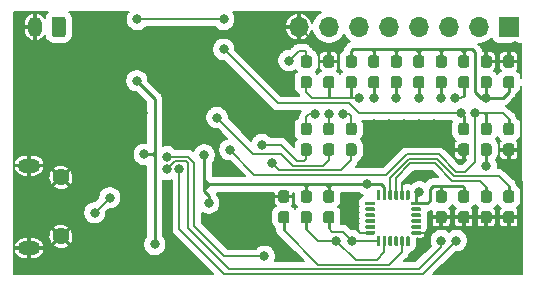
<source format=gbr>
%TF.GenerationSoftware,KiCad,Pcbnew,(5.1.10)-1*%
%TF.CreationDate,2021-06-12T21:35:10-03:00*%
%TF.ProjectId,Themu-Main,5468656d-752d-44d6-9169-6e2e6b696361,02*%
%TF.SameCoordinates,Original*%
%TF.FileFunction,Copper,L2,Bot*%
%TF.FilePolarity,Positive*%
%FSLAX46Y46*%
G04 Gerber Fmt 4.6, Leading zero omitted, Abs format (unit mm)*
G04 Created by KiCad (PCBNEW (5.1.10)-1) date 2021-06-12 21:35:10*
%MOMM*%
%LPD*%
G01*
G04 APERTURE LIST*
%TA.AperFunction,ComponentPad*%
%ADD10O,1.900000X1.200000*%
%TD*%
%TA.AperFunction,ComponentPad*%
%ADD11C,1.450000*%
%TD*%
%TA.AperFunction,ComponentPad*%
%ADD12O,1.200000X1.750000*%
%TD*%
%TA.AperFunction,ComponentPad*%
%ADD13O,1.700000X1.700000*%
%TD*%
%TA.AperFunction,ComponentPad*%
%ADD14R,1.700000X1.700000*%
%TD*%
%TA.AperFunction,ViaPad*%
%ADD15C,0.800000*%
%TD*%
%TA.AperFunction,Conductor*%
%ADD16C,0.152400*%
%TD*%
%TA.AperFunction,Conductor*%
%ADD17C,0.250000*%
%TD*%
%TA.AperFunction,Conductor*%
%ADD18C,0.100000*%
%TD*%
G04 APERTURE END LIST*
D10*
%TO.P,J1,6*%
%TO.N,GND*%
X46387500Y-99385000D03*
X46387500Y-92385000D03*
D11*
X49087500Y-98385000D03*
X49087500Y-93385000D03*
%TD*%
D12*
%TO.P,J2,2*%
%TO.N,GND*%
X46895000Y-80645000D03*
%TO.P,J2,1*%
%TO.N,+BATT*%
%TA.AperFunction,ComponentPad*%
G36*
G01*
X49495000Y-80019999D02*
X49495000Y-81270001D01*
G75*
G02*
X49245001Y-81520000I-249999J0D01*
G01*
X48544999Y-81520000D01*
G75*
G02*
X48295000Y-81270001I0J249999D01*
G01*
X48295000Y-80019999D01*
G75*
G02*
X48544999Y-79770000I249999J0D01*
G01*
X49245001Y-79770000D01*
G75*
G02*
X49495000Y-80019999I0J-249999D01*
G01*
G37*
%TD.AperFunction*%
%TD*%
%TO.P,R21,2*%
%TO.N,Net-(D3-Pad3)*%
%TA.AperFunction,SMDPad,CuDef*%
G36*
G01*
X71517500Y-90520000D02*
X71992500Y-90520000D01*
G75*
G02*
X72230000Y-90757500I0J-237500D01*
G01*
X72230000Y-91332500D01*
G75*
G02*
X71992500Y-91570000I-237500J0D01*
G01*
X71517500Y-91570000D01*
G75*
G02*
X71280000Y-91332500I0J237500D01*
G01*
X71280000Y-90757500D01*
G75*
G02*
X71517500Y-90520000I237500J0D01*
G01*
G37*
%TD.AperFunction*%
%TO.P,R21,1*%
%TO.N,/ESP32-WROOM-32/IO27*%
%TA.AperFunction,SMDPad,CuDef*%
G36*
G01*
X71517500Y-88770000D02*
X71992500Y-88770000D01*
G75*
G02*
X72230000Y-89007500I0J-237500D01*
G01*
X72230000Y-89582500D01*
G75*
G02*
X71992500Y-89820000I-237500J0D01*
G01*
X71517500Y-89820000D01*
G75*
G02*
X71280000Y-89582500I0J237500D01*
G01*
X71280000Y-89007500D01*
G75*
G02*
X71517500Y-88770000I237500J0D01*
G01*
G37*
%TD.AperFunction*%
%TD*%
%TO.P,R20,2*%
%TO.N,Net-(D3-Pad4)*%
%TA.AperFunction,SMDPad,CuDef*%
G36*
G01*
X73422500Y-90520000D02*
X73897500Y-90520000D01*
G75*
G02*
X74135000Y-90757500I0J-237500D01*
G01*
X74135000Y-91332500D01*
G75*
G02*
X73897500Y-91570000I-237500J0D01*
G01*
X73422500Y-91570000D01*
G75*
G02*
X73185000Y-91332500I0J237500D01*
G01*
X73185000Y-90757500D01*
G75*
G02*
X73422500Y-90520000I237500J0D01*
G01*
G37*
%TD.AperFunction*%
%TO.P,R20,1*%
%TO.N,/ESP32-WROOM-32/IO26*%
%TA.AperFunction,SMDPad,CuDef*%
G36*
G01*
X73422500Y-88770000D02*
X73897500Y-88770000D01*
G75*
G02*
X74135000Y-89007500I0J-237500D01*
G01*
X74135000Y-89582500D01*
G75*
G02*
X73897500Y-89820000I-237500J0D01*
G01*
X73422500Y-89820000D01*
G75*
G02*
X73185000Y-89582500I0J237500D01*
G01*
X73185000Y-89007500D01*
G75*
G02*
X73422500Y-88770000I237500J0D01*
G01*
G37*
%TD.AperFunction*%
%TD*%
%TO.P,R3,2*%
%TO.N,Net-(D3-Pad1)*%
%TA.AperFunction,SMDPad,CuDef*%
G36*
G01*
X69612500Y-90520000D02*
X70087500Y-90520000D01*
G75*
G02*
X70325000Y-90757500I0J-237500D01*
G01*
X70325000Y-91332500D01*
G75*
G02*
X70087500Y-91570000I-237500J0D01*
G01*
X69612500Y-91570000D01*
G75*
G02*
X69375000Y-91332500I0J237500D01*
G01*
X69375000Y-90757500D01*
G75*
G02*
X69612500Y-90520000I237500J0D01*
G01*
G37*
%TD.AperFunction*%
%TO.P,R3,1*%
%TO.N,/ESP32-WROOM-32/IO12*%
%TA.AperFunction,SMDPad,CuDef*%
G36*
G01*
X69612500Y-88770000D02*
X70087500Y-88770000D01*
G75*
G02*
X70325000Y-89007500I0J-237500D01*
G01*
X70325000Y-89582500D01*
G75*
G02*
X70087500Y-89820000I-237500J0D01*
G01*
X69612500Y-89820000D01*
G75*
G02*
X69375000Y-89582500I0J237500D01*
G01*
X69375000Y-89007500D01*
G75*
G02*
X69612500Y-88770000I237500J0D01*
G01*
G37*
%TD.AperFunction*%
%TD*%
%TO.P,C5,2*%
%TO.N,GND*%
%TA.AperFunction,SMDPad,CuDef*%
G36*
G01*
X86757500Y-90520000D02*
X87232500Y-90520000D01*
G75*
G02*
X87470000Y-90757500I0J-237500D01*
G01*
X87470000Y-91332500D01*
G75*
G02*
X87232500Y-91570000I-237500J0D01*
G01*
X86757500Y-91570000D01*
G75*
G02*
X86520000Y-91332500I0J237500D01*
G01*
X86520000Y-90757500D01*
G75*
G02*
X86757500Y-90520000I237500J0D01*
G01*
G37*
%TD.AperFunction*%
%TO.P,C5,1*%
%TO.N,/ESP32-WROOM-32/EN*%
%TA.AperFunction,SMDPad,CuDef*%
G36*
G01*
X86757500Y-88770000D02*
X87232500Y-88770000D01*
G75*
G02*
X87470000Y-89007500I0J-237500D01*
G01*
X87470000Y-89582500D01*
G75*
G02*
X87232500Y-89820000I-237500J0D01*
G01*
X86757500Y-89820000D01*
G75*
G02*
X86520000Y-89582500I0J237500D01*
G01*
X86520000Y-89007500D01*
G75*
G02*
X86757500Y-88770000I237500J0D01*
G01*
G37*
%TD.AperFunction*%
%TD*%
%TO.P,C6,2*%
%TO.N,GND*%
%TA.AperFunction,SMDPad,CuDef*%
G36*
G01*
X85327500Y-84105000D02*
X84852500Y-84105000D01*
G75*
G02*
X84615000Y-83867500I0J237500D01*
G01*
X84615000Y-83292500D01*
G75*
G02*
X84852500Y-83055000I237500J0D01*
G01*
X85327500Y-83055000D01*
G75*
G02*
X85565000Y-83292500I0J-237500D01*
G01*
X85565000Y-83867500D01*
G75*
G02*
X85327500Y-84105000I-237500J0D01*
G01*
G37*
%TD.AperFunction*%
%TO.P,C6,1*%
%TO.N,+3V3*%
%TA.AperFunction,SMDPad,CuDef*%
G36*
G01*
X85327500Y-85855000D02*
X84852500Y-85855000D01*
G75*
G02*
X84615000Y-85617500I0J237500D01*
G01*
X84615000Y-85042500D01*
G75*
G02*
X84852500Y-84805000I237500J0D01*
G01*
X85327500Y-84805000D01*
G75*
G02*
X85565000Y-85042500I0J-237500D01*
G01*
X85565000Y-85617500D01*
G75*
G02*
X85327500Y-85855000I-237500J0D01*
G01*
G37*
%TD.AperFunction*%
%TD*%
%TO.P,C7,1*%
%TO.N,+3V3*%
%TA.AperFunction,SMDPad,CuDef*%
G36*
G01*
X87232500Y-85855000D02*
X86757500Y-85855000D01*
G75*
G02*
X86520000Y-85617500I0J237500D01*
G01*
X86520000Y-85042500D01*
G75*
G02*
X86757500Y-84805000I237500J0D01*
G01*
X87232500Y-84805000D01*
G75*
G02*
X87470000Y-85042500I0J-237500D01*
G01*
X87470000Y-85617500D01*
G75*
G02*
X87232500Y-85855000I-237500J0D01*
G01*
G37*
%TD.AperFunction*%
%TO.P,C7,2*%
%TO.N,GND*%
%TA.AperFunction,SMDPad,CuDef*%
G36*
G01*
X87232500Y-84105000D02*
X86757500Y-84105000D01*
G75*
G02*
X86520000Y-83867500I0J237500D01*
G01*
X86520000Y-83292500D01*
G75*
G02*
X86757500Y-83055000I237500J0D01*
G01*
X87232500Y-83055000D01*
G75*
G02*
X87470000Y-83292500I0J-237500D01*
G01*
X87470000Y-83867500D01*
G75*
G02*
X87232500Y-84105000I-237500J0D01*
G01*
G37*
%TD.AperFunction*%
%TD*%
%TO.P,C9,2*%
%TO.N,GND*%
%TA.AperFunction,SMDPad,CuDef*%
G36*
G01*
X71992500Y-84105000D02*
X71517500Y-84105000D01*
G75*
G02*
X71280000Y-83867500I0J237500D01*
G01*
X71280000Y-83292500D01*
G75*
G02*
X71517500Y-83055000I237500J0D01*
G01*
X71992500Y-83055000D01*
G75*
G02*
X72230000Y-83292500I0J-237500D01*
G01*
X72230000Y-83867500D01*
G75*
G02*
X71992500Y-84105000I-237500J0D01*
G01*
G37*
%TD.AperFunction*%
%TO.P,C9,1*%
%TO.N,/ESP32-WROOM-32/BTN*%
%TA.AperFunction,SMDPad,CuDef*%
G36*
G01*
X71992500Y-85855000D02*
X71517500Y-85855000D01*
G75*
G02*
X71280000Y-85617500I0J237500D01*
G01*
X71280000Y-85042500D01*
G75*
G02*
X71517500Y-84805000I237500J0D01*
G01*
X71992500Y-84805000D01*
G75*
G02*
X72230000Y-85042500I0J-237500D01*
G01*
X72230000Y-85617500D01*
G75*
G02*
X71992500Y-85855000I-237500J0D01*
G01*
G37*
%TD.AperFunction*%
%TD*%
%TO.P,C10,1*%
%TO.N,/Peripherials/REGOUT*%
%TA.AperFunction,SMDPad,CuDef*%
G36*
G01*
X84852500Y-94485000D02*
X85327500Y-94485000D01*
G75*
G02*
X85565000Y-94722500I0J-237500D01*
G01*
X85565000Y-95297500D01*
G75*
G02*
X85327500Y-95535000I-237500J0D01*
G01*
X84852500Y-95535000D01*
G75*
G02*
X84615000Y-95297500I0J237500D01*
G01*
X84615000Y-94722500D01*
G75*
G02*
X84852500Y-94485000I237500J0D01*
G01*
G37*
%TD.AperFunction*%
%TO.P,C10,2*%
%TO.N,GND*%
%TA.AperFunction,SMDPad,CuDef*%
G36*
G01*
X84852500Y-96235000D02*
X85327500Y-96235000D01*
G75*
G02*
X85565000Y-96472500I0J-237500D01*
G01*
X85565000Y-97047500D01*
G75*
G02*
X85327500Y-97285000I-237500J0D01*
G01*
X84852500Y-97285000D01*
G75*
G02*
X84615000Y-97047500I0J237500D01*
G01*
X84615000Y-96472500D01*
G75*
G02*
X84852500Y-96235000I237500J0D01*
G01*
G37*
%TD.AperFunction*%
%TD*%
%TO.P,C11,2*%
%TO.N,GND*%
%TA.AperFunction,SMDPad,CuDef*%
G36*
G01*
X82947500Y-96235000D02*
X83422500Y-96235000D01*
G75*
G02*
X83660000Y-96472500I0J-237500D01*
G01*
X83660000Y-97047500D01*
G75*
G02*
X83422500Y-97285000I-237500J0D01*
G01*
X82947500Y-97285000D01*
G75*
G02*
X82710000Y-97047500I0J237500D01*
G01*
X82710000Y-96472500D01*
G75*
G02*
X82947500Y-96235000I237500J0D01*
G01*
G37*
%TD.AperFunction*%
%TO.P,C11,1*%
%TO.N,+3V3*%
%TA.AperFunction,SMDPad,CuDef*%
G36*
G01*
X82947500Y-94485000D02*
X83422500Y-94485000D01*
G75*
G02*
X83660000Y-94722500I0J-237500D01*
G01*
X83660000Y-95297500D01*
G75*
G02*
X83422500Y-95535000I-237500J0D01*
G01*
X82947500Y-95535000D01*
G75*
G02*
X82710000Y-95297500I0J237500D01*
G01*
X82710000Y-94722500D01*
G75*
G02*
X82947500Y-94485000I237500J0D01*
G01*
G37*
%TD.AperFunction*%
%TD*%
%TO.P,C12,1*%
%TO.N,+3V3*%
%TA.AperFunction,SMDPad,CuDef*%
G36*
G01*
X81042500Y-94485000D02*
X81517500Y-94485000D01*
G75*
G02*
X81755000Y-94722500I0J-237500D01*
G01*
X81755000Y-95297500D01*
G75*
G02*
X81517500Y-95535000I-237500J0D01*
G01*
X81042500Y-95535000D01*
G75*
G02*
X80805000Y-95297500I0J237500D01*
G01*
X80805000Y-94722500D01*
G75*
G02*
X81042500Y-94485000I237500J0D01*
G01*
G37*
%TD.AperFunction*%
%TO.P,C12,2*%
%TO.N,GND*%
%TA.AperFunction,SMDPad,CuDef*%
G36*
G01*
X81042500Y-96235000D02*
X81517500Y-96235000D01*
G75*
G02*
X81755000Y-96472500I0J-237500D01*
G01*
X81755000Y-97047500D01*
G75*
G02*
X81517500Y-97285000I-237500J0D01*
G01*
X81042500Y-97285000D01*
G75*
G02*
X80805000Y-97047500I0J237500D01*
G01*
X80805000Y-96472500D01*
G75*
G02*
X81042500Y-96235000I237500J0D01*
G01*
G37*
%TD.AperFunction*%
%TD*%
%TO.P,C13,1*%
%TO.N,Net-(C13-Pad1)*%
%TA.AperFunction,SMDPad,CuDef*%
G36*
G01*
X68182500Y-97285000D02*
X67707500Y-97285000D01*
G75*
G02*
X67470000Y-97047500I0J237500D01*
G01*
X67470000Y-96472500D01*
G75*
G02*
X67707500Y-96235000I237500J0D01*
G01*
X68182500Y-96235000D01*
G75*
G02*
X68420000Y-96472500I0J-237500D01*
G01*
X68420000Y-97047500D01*
G75*
G02*
X68182500Y-97285000I-237500J0D01*
G01*
G37*
%TD.AperFunction*%
%TO.P,C13,2*%
%TO.N,GND*%
%TA.AperFunction,SMDPad,CuDef*%
G36*
G01*
X68182500Y-95535000D02*
X67707500Y-95535000D01*
G75*
G02*
X67470000Y-95297500I0J237500D01*
G01*
X67470000Y-94722500D01*
G75*
G02*
X67707500Y-94485000I237500J0D01*
G01*
X68182500Y-94485000D01*
G75*
G02*
X68420000Y-94722500I0J-237500D01*
G01*
X68420000Y-95297500D01*
G75*
G02*
X68182500Y-95535000I-237500J0D01*
G01*
G37*
%TD.AperFunction*%
%TD*%
D13*
%TO.P,J3,8*%
%TO.N,GND*%
X69215000Y-80645000D03*
%TO.P,J3,7*%
%TO.N,/Peripherials/BUTTON*%
X71755000Y-80645000D03*
%TO.P,J3,6*%
%TO.N,/ESP32-WROOM-32/FLX5*%
X74295000Y-80645000D03*
%TO.P,J3,5*%
%TO.N,/ESP32-WROOM-32/FLX4*%
X76835000Y-80645000D03*
%TO.P,J3,4*%
%TO.N,/ESP32-WROOM-32/FLX3*%
X79375000Y-80645000D03*
%TO.P,J3,3*%
%TO.N,/ESP32-WROOM-32/FLX2*%
X81915000Y-80645000D03*
%TO.P,J3,2*%
%TO.N,/ESP32-WROOM-32/FLX1*%
X84455000Y-80645000D03*
D14*
%TO.P,J3,1*%
%TO.N,Net-(J3-Pad1)*%
X86995000Y-80645000D03*
%TD*%
%TO.P,R5,2*%
%TO.N,GND*%
%TA.AperFunction,SMDPad,CuDef*%
G36*
G01*
X82947500Y-90520000D02*
X83422500Y-90520000D01*
G75*
G02*
X83660000Y-90757500I0J-237500D01*
G01*
X83660000Y-91332500D01*
G75*
G02*
X83422500Y-91570000I-237500J0D01*
G01*
X82947500Y-91570000D01*
G75*
G02*
X82710000Y-91332500I0J237500D01*
G01*
X82710000Y-90757500D01*
G75*
G02*
X82947500Y-90520000I237500J0D01*
G01*
G37*
%TD.AperFunction*%
%TO.P,R5,1*%
%TO.N,/ESP32-WROOM-32/ADC1_CH0*%
%TA.AperFunction,SMDPad,CuDef*%
G36*
G01*
X82947500Y-88770000D02*
X83422500Y-88770000D01*
G75*
G02*
X83660000Y-89007500I0J-237500D01*
G01*
X83660000Y-89582500D01*
G75*
G02*
X83422500Y-89820000I-237500J0D01*
G01*
X82947500Y-89820000D01*
G75*
G02*
X82710000Y-89582500I0J237500D01*
G01*
X82710000Y-89007500D01*
G75*
G02*
X82947500Y-88770000I237500J0D01*
G01*
G37*
%TD.AperFunction*%
%TD*%
%TO.P,R10,2*%
%TO.N,/ESP32-WROOM-32/EN*%
%TA.AperFunction,SMDPad,CuDef*%
G36*
G01*
X85327500Y-89820000D02*
X84852500Y-89820000D01*
G75*
G02*
X84615000Y-89582500I0J237500D01*
G01*
X84615000Y-89007500D01*
G75*
G02*
X84852500Y-88770000I237500J0D01*
G01*
X85327500Y-88770000D01*
G75*
G02*
X85565000Y-89007500I0J-237500D01*
G01*
X85565000Y-89582500D01*
G75*
G02*
X85327500Y-89820000I-237500J0D01*
G01*
G37*
%TD.AperFunction*%
%TO.P,R10,1*%
%TO.N,+3V3*%
%TA.AperFunction,SMDPad,CuDef*%
G36*
G01*
X85327500Y-91570000D02*
X84852500Y-91570000D01*
G75*
G02*
X84615000Y-91332500I0J237500D01*
G01*
X84615000Y-90757500D01*
G75*
G02*
X84852500Y-90520000I237500J0D01*
G01*
X85327500Y-90520000D01*
G75*
G02*
X85565000Y-90757500I0J-237500D01*
G01*
X85565000Y-91332500D01*
G75*
G02*
X85327500Y-91570000I-237500J0D01*
G01*
G37*
%TD.AperFunction*%
%TD*%
%TO.P,R11,2*%
%TO.N,/ESP32-WROOM-32/BTN*%
%TA.AperFunction,SMDPad,CuDef*%
G36*
G01*
X73422500Y-84805000D02*
X73897500Y-84805000D01*
G75*
G02*
X74135000Y-85042500I0J-237500D01*
G01*
X74135000Y-85617500D01*
G75*
G02*
X73897500Y-85855000I-237500J0D01*
G01*
X73422500Y-85855000D01*
G75*
G02*
X73185000Y-85617500I0J237500D01*
G01*
X73185000Y-85042500D01*
G75*
G02*
X73422500Y-84805000I237500J0D01*
G01*
G37*
%TD.AperFunction*%
%TO.P,R11,1*%
%TO.N,+3V3*%
%TA.AperFunction,SMDPad,CuDef*%
G36*
G01*
X73422500Y-83055000D02*
X73897500Y-83055000D01*
G75*
G02*
X74135000Y-83292500I0J-237500D01*
G01*
X74135000Y-83867500D01*
G75*
G02*
X73897500Y-84105000I-237500J0D01*
G01*
X73422500Y-84105000D01*
G75*
G02*
X73185000Y-83867500I0J237500D01*
G01*
X73185000Y-83292500D01*
G75*
G02*
X73422500Y-83055000I237500J0D01*
G01*
G37*
%TD.AperFunction*%
%TD*%
%TO.P,R12,2*%
%TO.N,/ESP32-WROOM-32/SCL*%
%TA.AperFunction,SMDPad,CuDef*%
G36*
G01*
X69612500Y-96235000D02*
X70087500Y-96235000D01*
G75*
G02*
X70325000Y-96472500I0J-237500D01*
G01*
X70325000Y-97047500D01*
G75*
G02*
X70087500Y-97285000I-237500J0D01*
G01*
X69612500Y-97285000D01*
G75*
G02*
X69375000Y-97047500I0J237500D01*
G01*
X69375000Y-96472500D01*
G75*
G02*
X69612500Y-96235000I237500J0D01*
G01*
G37*
%TD.AperFunction*%
%TO.P,R12,1*%
%TO.N,+3V3*%
%TA.AperFunction,SMDPad,CuDef*%
G36*
G01*
X69612500Y-94485000D02*
X70087500Y-94485000D01*
G75*
G02*
X70325000Y-94722500I0J-237500D01*
G01*
X70325000Y-95297500D01*
G75*
G02*
X70087500Y-95535000I-237500J0D01*
G01*
X69612500Y-95535000D01*
G75*
G02*
X69375000Y-95297500I0J237500D01*
G01*
X69375000Y-94722500D01*
G75*
G02*
X69612500Y-94485000I237500J0D01*
G01*
G37*
%TD.AperFunction*%
%TD*%
%TO.P,R13,1*%
%TO.N,/Peripherials/AD0*%
%TA.AperFunction,SMDPad,CuDef*%
G36*
G01*
X86757500Y-94485000D02*
X87232500Y-94485000D01*
G75*
G02*
X87470000Y-94722500I0J-237500D01*
G01*
X87470000Y-95297500D01*
G75*
G02*
X87232500Y-95535000I-237500J0D01*
G01*
X86757500Y-95535000D01*
G75*
G02*
X86520000Y-95297500I0J237500D01*
G01*
X86520000Y-94722500D01*
G75*
G02*
X86757500Y-94485000I237500J0D01*
G01*
G37*
%TD.AperFunction*%
%TO.P,R13,2*%
%TO.N,GND*%
%TA.AperFunction,SMDPad,CuDef*%
G36*
G01*
X86757500Y-96235000D02*
X87232500Y-96235000D01*
G75*
G02*
X87470000Y-96472500I0J-237500D01*
G01*
X87470000Y-97047500D01*
G75*
G02*
X87232500Y-97285000I-237500J0D01*
G01*
X86757500Y-97285000D01*
G75*
G02*
X86520000Y-97047500I0J237500D01*
G01*
X86520000Y-96472500D01*
G75*
G02*
X86757500Y-96235000I237500J0D01*
G01*
G37*
%TD.AperFunction*%
%TD*%
%TO.P,R14,1*%
%TO.N,+3V3*%
%TA.AperFunction,SMDPad,CuDef*%
G36*
G01*
X71517500Y-94485000D02*
X71992500Y-94485000D01*
G75*
G02*
X72230000Y-94722500I0J-237500D01*
G01*
X72230000Y-95297500D01*
G75*
G02*
X71992500Y-95535000I-237500J0D01*
G01*
X71517500Y-95535000D01*
G75*
G02*
X71280000Y-95297500I0J237500D01*
G01*
X71280000Y-94722500D01*
G75*
G02*
X71517500Y-94485000I237500J0D01*
G01*
G37*
%TD.AperFunction*%
%TO.P,R14,2*%
%TO.N,/ESP32-WROOM-32/SDA*%
%TA.AperFunction,SMDPad,CuDef*%
G36*
G01*
X71517500Y-96235000D02*
X71992500Y-96235000D01*
G75*
G02*
X72230000Y-96472500I0J-237500D01*
G01*
X72230000Y-97047500D01*
G75*
G02*
X71992500Y-97285000I-237500J0D01*
G01*
X71517500Y-97285000D01*
G75*
G02*
X71280000Y-97047500I0J237500D01*
G01*
X71280000Y-96472500D01*
G75*
G02*
X71517500Y-96235000I237500J0D01*
G01*
G37*
%TD.AperFunction*%
%TD*%
%TO.P,R15,1*%
%TO.N,+3V3*%
%TA.AperFunction,SMDPad,CuDef*%
G36*
G01*
X82947500Y-83055000D02*
X83422500Y-83055000D01*
G75*
G02*
X83660000Y-83292500I0J-237500D01*
G01*
X83660000Y-83867500D01*
G75*
G02*
X83422500Y-84105000I-237500J0D01*
G01*
X82947500Y-84105000D01*
G75*
G02*
X82710000Y-83867500I0J237500D01*
G01*
X82710000Y-83292500D01*
G75*
G02*
X82947500Y-83055000I237500J0D01*
G01*
G37*
%TD.AperFunction*%
%TO.P,R15,2*%
%TO.N,/ESP32-WROOM-32/FLX1*%
%TA.AperFunction,SMDPad,CuDef*%
G36*
G01*
X82947500Y-84805000D02*
X83422500Y-84805000D01*
G75*
G02*
X83660000Y-85042500I0J-237500D01*
G01*
X83660000Y-85617500D01*
G75*
G02*
X83422500Y-85855000I-237500J0D01*
G01*
X82947500Y-85855000D01*
G75*
G02*
X82710000Y-85617500I0J237500D01*
G01*
X82710000Y-85042500D01*
G75*
G02*
X82947500Y-84805000I237500J0D01*
G01*
G37*
%TD.AperFunction*%
%TD*%
%TO.P,R16,2*%
%TO.N,/ESP32-WROOM-32/FLX2*%
%TA.AperFunction,SMDPad,CuDef*%
G36*
G01*
X81042500Y-84805000D02*
X81517500Y-84805000D01*
G75*
G02*
X81755000Y-85042500I0J-237500D01*
G01*
X81755000Y-85617500D01*
G75*
G02*
X81517500Y-85855000I-237500J0D01*
G01*
X81042500Y-85855000D01*
G75*
G02*
X80805000Y-85617500I0J237500D01*
G01*
X80805000Y-85042500D01*
G75*
G02*
X81042500Y-84805000I237500J0D01*
G01*
G37*
%TD.AperFunction*%
%TO.P,R16,1*%
%TO.N,+3V3*%
%TA.AperFunction,SMDPad,CuDef*%
G36*
G01*
X81042500Y-83055000D02*
X81517500Y-83055000D01*
G75*
G02*
X81755000Y-83292500I0J-237500D01*
G01*
X81755000Y-83867500D01*
G75*
G02*
X81517500Y-84105000I-237500J0D01*
G01*
X81042500Y-84105000D01*
G75*
G02*
X80805000Y-83867500I0J237500D01*
G01*
X80805000Y-83292500D01*
G75*
G02*
X81042500Y-83055000I237500J0D01*
G01*
G37*
%TD.AperFunction*%
%TD*%
%TO.P,R17,1*%
%TO.N,+3V3*%
%TA.AperFunction,SMDPad,CuDef*%
G36*
G01*
X79137500Y-83055000D02*
X79612500Y-83055000D01*
G75*
G02*
X79850000Y-83292500I0J-237500D01*
G01*
X79850000Y-83867500D01*
G75*
G02*
X79612500Y-84105000I-237500J0D01*
G01*
X79137500Y-84105000D01*
G75*
G02*
X78900000Y-83867500I0J237500D01*
G01*
X78900000Y-83292500D01*
G75*
G02*
X79137500Y-83055000I237500J0D01*
G01*
G37*
%TD.AperFunction*%
%TO.P,R17,2*%
%TO.N,/ESP32-WROOM-32/FLX3*%
%TA.AperFunction,SMDPad,CuDef*%
G36*
G01*
X79137500Y-84805000D02*
X79612500Y-84805000D01*
G75*
G02*
X79850000Y-85042500I0J-237500D01*
G01*
X79850000Y-85617500D01*
G75*
G02*
X79612500Y-85855000I-237500J0D01*
G01*
X79137500Y-85855000D01*
G75*
G02*
X78900000Y-85617500I0J237500D01*
G01*
X78900000Y-85042500D01*
G75*
G02*
X79137500Y-84805000I237500J0D01*
G01*
G37*
%TD.AperFunction*%
%TD*%
%TO.P,R18,2*%
%TO.N,/ESP32-WROOM-32/FLX4*%
%TA.AperFunction,SMDPad,CuDef*%
G36*
G01*
X77232500Y-84805000D02*
X77707500Y-84805000D01*
G75*
G02*
X77945000Y-85042500I0J-237500D01*
G01*
X77945000Y-85617500D01*
G75*
G02*
X77707500Y-85855000I-237500J0D01*
G01*
X77232500Y-85855000D01*
G75*
G02*
X76995000Y-85617500I0J237500D01*
G01*
X76995000Y-85042500D01*
G75*
G02*
X77232500Y-84805000I237500J0D01*
G01*
G37*
%TD.AperFunction*%
%TO.P,R18,1*%
%TO.N,+3V3*%
%TA.AperFunction,SMDPad,CuDef*%
G36*
G01*
X77232500Y-83055000D02*
X77707500Y-83055000D01*
G75*
G02*
X77945000Y-83292500I0J-237500D01*
G01*
X77945000Y-83867500D01*
G75*
G02*
X77707500Y-84105000I-237500J0D01*
G01*
X77232500Y-84105000D01*
G75*
G02*
X76995000Y-83867500I0J237500D01*
G01*
X76995000Y-83292500D01*
G75*
G02*
X77232500Y-83055000I237500J0D01*
G01*
G37*
%TD.AperFunction*%
%TD*%
%TO.P,R19,1*%
%TO.N,+3V3*%
%TA.AperFunction,SMDPad,CuDef*%
G36*
G01*
X75327500Y-83055000D02*
X75802500Y-83055000D01*
G75*
G02*
X76040000Y-83292500I0J-237500D01*
G01*
X76040000Y-83867500D01*
G75*
G02*
X75802500Y-84105000I-237500J0D01*
G01*
X75327500Y-84105000D01*
G75*
G02*
X75090000Y-83867500I0J237500D01*
G01*
X75090000Y-83292500D01*
G75*
G02*
X75327500Y-83055000I237500J0D01*
G01*
G37*
%TD.AperFunction*%
%TO.P,R19,2*%
%TO.N,/ESP32-WROOM-32/FLX5*%
%TA.AperFunction,SMDPad,CuDef*%
G36*
G01*
X75327500Y-84805000D02*
X75802500Y-84805000D01*
G75*
G02*
X76040000Y-85042500I0J-237500D01*
G01*
X76040000Y-85617500D01*
G75*
G02*
X75802500Y-85855000I-237500J0D01*
G01*
X75327500Y-85855000D01*
G75*
G02*
X75090000Y-85617500I0J237500D01*
G01*
X75090000Y-85042500D01*
G75*
G02*
X75327500Y-84805000I237500J0D01*
G01*
G37*
%TD.AperFunction*%
%TD*%
%TO.P,U5,1*%
%TO.N,GND*%
%TA.AperFunction,SMDPad,CuDef*%
G36*
G01*
X74841000Y-98162500D02*
X74841000Y-98012500D01*
G75*
G02*
X74916000Y-97937500I75000J0D01*
G01*
X75616000Y-97937500D01*
G75*
G02*
X75691000Y-98012500I0J-75000D01*
G01*
X75691000Y-98162500D01*
G75*
G02*
X75616000Y-98237500I-75000J0D01*
G01*
X74916000Y-98237500D01*
G75*
G02*
X74841000Y-98162500I0J75000D01*
G01*
G37*
%TD.AperFunction*%
%TO.P,U5,2*%
%TO.N,N/C*%
%TA.AperFunction,SMDPad,CuDef*%
G36*
G01*
X74841000Y-97662500D02*
X74841000Y-97512500D01*
G75*
G02*
X74916000Y-97437500I75000J0D01*
G01*
X75616000Y-97437500D01*
G75*
G02*
X75691000Y-97512500I0J-75000D01*
G01*
X75691000Y-97662500D01*
G75*
G02*
X75616000Y-97737500I-75000J0D01*
G01*
X74916000Y-97737500D01*
G75*
G02*
X74841000Y-97662500I0J75000D01*
G01*
G37*
%TD.AperFunction*%
%TO.P,U5,3*%
%TA.AperFunction,SMDPad,CuDef*%
G36*
G01*
X74841000Y-97162500D02*
X74841000Y-97012500D01*
G75*
G02*
X74916000Y-96937500I75000J0D01*
G01*
X75616000Y-96937500D01*
G75*
G02*
X75691000Y-97012500I0J-75000D01*
G01*
X75691000Y-97162500D01*
G75*
G02*
X75616000Y-97237500I-75000J0D01*
G01*
X74916000Y-97237500D01*
G75*
G02*
X74841000Y-97162500I0J75000D01*
G01*
G37*
%TD.AperFunction*%
%TO.P,U5,4*%
%TA.AperFunction,SMDPad,CuDef*%
G36*
G01*
X74841000Y-96662500D02*
X74841000Y-96512500D01*
G75*
G02*
X74916000Y-96437500I75000J0D01*
G01*
X75616000Y-96437500D01*
G75*
G02*
X75691000Y-96512500I0J-75000D01*
G01*
X75691000Y-96662500D01*
G75*
G02*
X75616000Y-96737500I-75000J0D01*
G01*
X74916000Y-96737500D01*
G75*
G02*
X74841000Y-96662500I0J75000D01*
G01*
G37*
%TD.AperFunction*%
%TO.P,U5,5*%
%TA.AperFunction,SMDPad,CuDef*%
G36*
G01*
X74841000Y-96162500D02*
X74841000Y-96012500D01*
G75*
G02*
X74916000Y-95937500I75000J0D01*
G01*
X75616000Y-95937500D01*
G75*
G02*
X75691000Y-96012500I0J-75000D01*
G01*
X75691000Y-96162500D01*
G75*
G02*
X75616000Y-96237500I-75000J0D01*
G01*
X74916000Y-96237500D01*
G75*
G02*
X74841000Y-96162500I0J75000D01*
G01*
G37*
%TD.AperFunction*%
%TO.P,U5,6*%
%TO.N,/Peripherials/XDA*%
%TA.AperFunction,SMDPad,CuDef*%
G36*
G01*
X74841000Y-95662500D02*
X74841000Y-95512500D01*
G75*
G02*
X74916000Y-95437500I75000J0D01*
G01*
X75616000Y-95437500D01*
G75*
G02*
X75691000Y-95512500I0J-75000D01*
G01*
X75691000Y-95662500D01*
G75*
G02*
X75616000Y-95737500I-75000J0D01*
G01*
X74916000Y-95737500D01*
G75*
G02*
X74841000Y-95662500I0J75000D01*
G01*
G37*
%TD.AperFunction*%
%TO.P,U5,7*%
%TO.N,/Peripherials/XCL*%
%TA.AperFunction,SMDPad,CuDef*%
G36*
G01*
X75891000Y-94462500D02*
X76041000Y-94462500D01*
G75*
G02*
X76116000Y-94537500I0J-75000D01*
G01*
X76116000Y-95237500D01*
G75*
G02*
X76041000Y-95312500I-75000J0D01*
G01*
X75891000Y-95312500D01*
G75*
G02*
X75816000Y-95237500I0J75000D01*
G01*
X75816000Y-94537500D01*
G75*
G02*
X75891000Y-94462500I75000J0D01*
G01*
G37*
%TD.AperFunction*%
%TO.P,U5,8*%
%TO.N,+3V3*%
%TA.AperFunction,SMDPad,CuDef*%
G36*
G01*
X76391000Y-94462500D02*
X76541000Y-94462500D01*
G75*
G02*
X76616000Y-94537500I0J-75000D01*
G01*
X76616000Y-95237500D01*
G75*
G02*
X76541000Y-95312500I-75000J0D01*
G01*
X76391000Y-95312500D01*
G75*
G02*
X76316000Y-95237500I0J75000D01*
G01*
X76316000Y-94537500D01*
G75*
G02*
X76391000Y-94462500I75000J0D01*
G01*
G37*
%TD.AperFunction*%
%TO.P,U5,9*%
%TO.N,/Peripherials/AD0*%
%TA.AperFunction,SMDPad,CuDef*%
G36*
G01*
X76891000Y-94462500D02*
X77041000Y-94462500D01*
G75*
G02*
X77116000Y-94537500I0J-75000D01*
G01*
X77116000Y-95237500D01*
G75*
G02*
X77041000Y-95312500I-75000J0D01*
G01*
X76891000Y-95312500D01*
G75*
G02*
X76816000Y-95237500I0J75000D01*
G01*
X76816000Y-94537500D01*
G75*
G02*
X76891000Y-94462500I75000J0D01*
G01*
G37*
%TD.AperFunction*%
%TO.P,U5,10*%
%TO.N,/Peripherials/REGOUT*%
%TA.AperFunction,SMDPad,CuDef*%
G36*
G01*
X77391000Y-94462500D02*
X77541000Y-94462500D01*
G75*
G02*
X77616000Y-94537500I0J-75000D01*
G01*
X77616000Y-95237500D01*
G75*
G02*
X77541000Y-95312500I-75000J0D01*
G01*
X77391000Y-95312500D01*
G75*
G02*
X77316000Y-95237500I0J75000D01*
G01*
X77316000Y-94537500D01*
G75*
G02*
X77391000Y-94462500I75000J0D01*
G01*
G37*
%TD.AperFunction*%
%TO.P,U5,11*%
%TO.N,GND*%
%TA.AperFunction,SMDPad,CuDef*%
G36*
G01*
X77891000Y-94462500D02*
X78041000Y-94462500D01*
G75*
G02*
X78116000Y-94537500I0J-75000D01*
G01*
X78116000Y-95237500D01*
G75*
G02*
X78041000Y-95312500I-75000J0D01*
G01*
X77891000Y-95312500D01*
G75*
G02*
X77816000Y-95237500I0J75000D01*
G01*
X77816000Y-94537500D01*
G75*
G02*
X77891000Y-94462500I75000J0D01*
G01*
G37*
%TD.AperFunction*%
%TO.P,U5,12*%
%TO.N,/Peripherials/INT*%
%TA.AperFunction,SMDPad,CuDef*%
G36*
G01*
X78391000Y-94462500D02*
X78541000Y-94462500D01*
G75*
G02*
X78616000Y-94537500I0J-75000D01*
G01*
X78616000Y-95237500D01*
G75*
G02*
X78541000Y-95312500I-75000J0D01*
G01*
X78391000Y-95312500D01*
G75*
G02*
X78316000Y-95237500I0J75000D01*
G01*
X78316000Y-94537500D01*
G75*
G02*
X78391000Y-94462500I75000J0D01*
G01*
G37*
%TD.AperFunction*%
%TO.P,U5,13*%
%TO.N,+3V3*%
%TA.AperFunction,SMDPad,CuDef*%
G36*
G01*
X78741000Y-95662500D02*
X78741000Y-95512500D01*
G75*
G02*
X78816000Y-95437500I75000J0D01*
G01*
X79516000Y-95437500D01*
G75*
G02*
X79591000Y-95512500I0J-75000D01*
G01*
X79591000Y-95662500D01*
G75*
G02*
X79516000Y-95737500I-75000J0D01*
G01*
X78816000Y-95737500D01*
G75*
G02*
X78741000Y-95662500I0J75000D01*
G01*
G37*
%TD.AperFunction*%
%TO.P,U5,14*%
%TO.N,N/C*%
%TA.AperFunction,SMDPad,CuDef*%
G36*
G01*
X78741000Y-96162500D02*
X78741000Y-96012500D01*
G75*
G02*
X78816000Y-95937500I75000J0D01*
G01*
X79516000Y-95937500D01*
G75*
G02*
X79591000Y-96012500I0J-75000D01*
G01*
X79591000Y-96162500D01*
G75*
G02*
X79516000Y-96237500I-75000J0D01*
G01*
X78816000Y-96237500D01*
G75*
G02*
X78741000Y-96162500I0J75000D01*
G01*
G37*
%TD.AperFunction*%
%TO.P,U5,15*%
%TA.AperFunction,SMDPad,CuDef*%
G36*
G01*
X78741000Y-96662500D02*
X78741000Y-96512500D01*
G75*
G02*
X78816000Y-96437500I75000J0D01*
G01*
X79516000Y-96437500D01*
G75*
G02*
X79591000Y-96512500I0J-75000D01*
G01*
X79591000Y-96662500D01*
G75*
G02*
X79516000Y-96737500I-75000J0D01*
G01*
X78816000Y-96737500D01*
G75*
G02*
X78741000Y-96662500I0J75000D01*
G01*
G37*
%TD.AperFunction*%
%TO.P,U5,16*%
%TA.AperFunction,SMDPad,CuDef*%
G36*
G01*
X78741000Y-97162500D02*
X78741000Y-97012500D01*
G75*
G02*
X78816000Y-96937500I75000J0D01*
G01*
X79516000Y-96937500D01*
G75*
G02*
X79591000Y-97012500I0J-75000D01*
G01*
X79591000Y-97162500D01*
G75*
G02*
X79516000Y-97237500I-75000J0D01*
G01*
X78816000Y-97237500D01*
G75*
G02*
X78741000Y-97162500I0J75000D01*
G01*
G37*
%TD.AperFunction*%
%TO.P,U5,17*%
%TA.AperFunction,SMDPad,CuDef*%
G36*
G01*
X78741000Y-97662500D02*
X78741000Y-97512500D01*
G75*
G02*
X78816000Y-97437500I75000J0D01*
G01*
X79516000Y-97437500D01*
G75*
G02*
X79591000Y-97512500I0J-75000D01*
G01*
X79591000Y-97662500D01*
G75*
G02*
X79516000Y-97737500I-75000J0D01*
G01*
X78816000Y-97737500D01*
G75*
G02*
X78741000Y-97662500I0J75000D01*
G01*
G37*
%TD.AperFunction*%
%TO.P,U5,18*%
%TO.N,GND*%
%TA.AperFunction,SMDPad,CuDef*%
G36*
G01*
X78741000Y-98162500D02*
X78741000Y-98012500D01*
G75*
G02*
X78816000Y-97937500I75000J0D01*
G01*
X79516000Y-97937500D01*
G75*
G02*
X79591000Y-98012500I0J-75000D01*
G01*
X79591000Y-98162500D01*
G75*
G02*
X79516000Y-98237500I-75000J0D01*
G01*
X78816000Y-98237500D01*
G75*
G02*
X78741000Y-98162500I0J75000D01*
G01*
G37*
%TD.AperFunction*%
%TO.P,U5,19*%
%TO.N,N/C*%
%TA.AperFunction,SMDPad,CuDef*%
G36*
G01*
X78391000Y-98362500D02*
X78541000Y-98362500D01*
G75*
G02*
X78616000Y-98437500I0J-75000D01*
G01*
X78616000Y-99137500D01*
G75*
G02*
X78541000Y-99212500I-75000J0D01*
G01*
X78391000Y-99212500D01*
G75*
G02*
X78316000Y-99137500I0J75000D01*
G01*
X78316000Y-98437500D01*
G75*
G02*
X78391000Y-98362500I75000J0D01*
G01*
G37*
%TD.AperFunction*%
%TO.P,U5,20*%
%TO.N,Net-(C13-Pad1)*%
%TA.AperFunction,SMDPad,CuDef*%
G36*
G01*
X77891000Y-98362500D02*
X78041000Y-98362500D01*
G75*
G02*
X78116000Y-98437500I0J-75000D01*
G01*
X78116000Y-99137500D01*
G75*
G02*
X78041000Y-99212500I-75000J0D01*
G01*
X77891000Y-99212500D01*
G75*
G02*
X77816000Y-99137500I0J75000D01*
G01*
X77816000Y-98437500D01*
G75*
G02*
X77891000Y-98362500I75000J0D01*
G01*
G37*
%TD.AperFunction*%
%TO.P,U5,21*%
%TO.N,N/C*%
%TA.AperFunction,SMDPad,CuDef*%
G36*
G01*
X77391000Y-98362500D02*
X77541000Y-98362500D01*
G75*
G02*
X77616000Y-98437500I0J-75000D01*
G01*
X77616000Y-99137500D01*
G75*
G02*
X77541000Y-99212500I-75000J0D01*
G01*
X77391000Y-99212500D01*
G75*
G02*
X77316000Y-99137500I0J75000D01*
G01*
X77316000Y-98437500D01*
G75*
G02*
X77391000Y-98362500I75000J0D01*
G01*
G37*
%TD.AperFunction*%
%TO.P,U5,22*%
%TA.AperFunction,SMDPad,CuDef*%
G36*
G01*
X76891000Y-98362500D02*
X77041000Y-98362500D01*
G75*
G02*
X77116000Y-98437500I0J-75000D01*
G01*
X77116000Y-99137500D01*
G75*
G02*
X77041000Y-99212500I-75000J0D01*
G01*
X76891000Y-99212500D01*
G75*
G02*
X76816000Y-99137500I0J75000D01*
G01*
X76816000Y-98437500D01*
G75*
G02*
X76891000Y-98362500I75000J0D01*
G01*
G37*
%TD.AperFunction*%
%TO.P,U5,23*%
%TO.N,/ESP32-WROOM-32/SCL*%
%TA.AperFunction,SMDPad,CuDef*%
G36*
G01*
X76391000Y-98362500D02*
X76541000Y-98362500D01*
G75*
G02*
X76616000Y-98437500I0J-75000D01*
G01*
X76616000Y-99137500D01*
G75*
G02*
X76541000Y-99212500I-75000J0D01*
G01*
X76391000Y-99212500D01*
G75*
G02*
X76316000Y-99137500I0J75000D01*
G01*
X76316000Y-98437500D01*
G75*
G02*
X76391000Y-98362500I75000J0D01*
G01*
G37*
%TD.AperFunction*%
%TO.P,U5,24*%
%TO.N,/ESP32-WROOM-32/SDA*%
%TA.AperFunction,SMDPad,CuDef*%
G36*
G01*
X75891000Y-98362500D02*
X76041000Y-98362500D01*
G75*
G02*
X76116000Y-98437500I0J-75000D01*
G01*
X76116000Y-99137500D01*
G75*
G02*
X76041000Y-99212500I-75000J0D01*
G01*
X75891000Y-99212500D01*
G75*
G02*
X75816000Y-99137500I0J75000D01*
G01*
X75816000Y-98437500D01*
G75*
G02*
X75891000Y-98362500I75000J0D01*
G01*
G37*
%TD.AperFunction*%
%TD*%
%TO.P,R22,2*%
%TO.N,/ESP32-WROOM-32/BTN*%
%TA.AperFunction,SMDPad,CuDef*%
G36*
G01*
X69612500Y-84805000D02*
X70087500Y-84805000D01*
G75*
G02*
X70325000Y-85042500I0J-237500D01*
G01*
X70325000Y-85617500D01*
G75*
G02*
X70087500Y-85855000I-237500J0D01*
G01*
X69612500Y-85855000D01*
G75*
G02*
X69375000Y-85617500I0J237500D01*
G01*
X69375000Y-85042500D01*
G75*
G02*
X69612500Y-84805000I237500J0D01*
G01*
G37*
%TD.AperFunction*%
%TO.P,R22,1*%
%TO.N,/Peripherials/BUTTON*%
%TA.AperFunction,SMDPad,CuDef*%
G36*
G01*
X69612500Y-83055000D02*
X70087500Y-83055000D01*
G75*
G02*
X70325000Y-83292500I0J-237500D01*
G01*
X70325000Y-83867500D01*
G75*
G02*
X70087500Y-84105000I-237500J0D01*
G01*
X69612500Y-84105000D01*
G75*
G02*
X69375000Y-83867500I0J237500D01*
G01*
X69375000Y-83292500D01*
G75*
G02*
X69612500Y-83055000I237500J0D01*
G01*
G37*
%TD.AperFunction*%
%TD*%
D15*
%TO.N,GND*%
X75565000Y-88900000D03*
X76200000Y-90170000D03*
X75565000Y-91440000D03*
X76835000Y-91440000D03*
X77470000Y-90170000D03*
X78740000Y-90170000D03*
X80010000Y-90170000D03*
X81280000Y-90170000D03*
X80645000Y-88900000D03*
X79375000Y-88900000D03*
X78105000Y-88900000D03*
X76835000Y-88900000D03*
X56070500Y-83185000D03*
X56007000Y-87947500D03*
X62738000Y-97409000D03*
X59753500Y-100965000D03*
X49657000Y-100076000D03*
X55880000Y-92900500D03*
X67246500Y-98933000D03*
X87503000Y-82296000D03*
X86360000Y-98679000D03*
X73723500Y-97409006D03*
X79692500Y-93218000D03*
%TO.N,+3V3*%
X85090000Y-86677500D03*
X79438500Y-94615000D03*
X85090000Y-92392500D03*
X61595000Y-95567500D03*
X61214000Y-91503500D03*
X74993504Y-93980000D03*
%TO.N,/ESP32-WROOM-32/EN*%
X84137498Y-87947494D03*
X63373040Y-91059000D03*
%TO.N,/ESP32-WROOM-32/BTN*%
X74295000Y-86677500D03*
%TO.N,VBUS*%
X57023000Y-99060000D03*
X55499000Y-85217000D03*
X56134000Y-91440000D03*
%TO.N,/ESP32-WROOM-32/D+*%
X53213000Y-95123000D03*
X51943012Y-96393000D03*
%TO.N,/ESP32-WROOM-32/FLX1*%
X82423000Y-86677500D03*
%TO.N,/ESP32-WROOM-32/FLX2*%
X81280000Y-86677500D03*
%TO.N,/ESP32-WROOM-32/FLX3*%
X79375000Y-86677500D03*
%TO.N,/ESP32-WROOM-32/FLX4*%
X77470000Y-86677500D03*
%TO.N,/ESP32-WROOM-32/FLX5*%
X75565000Y-86677500D03*
%TO.N,/ESP32-WROOM-32/DTR*%
X58039000Y-91630500D03*
X66294000Y-100076000D03*
%TO.N,/ESP32-WROOM-32/ADC1_CH0*%
X55562500Y-80010000D03*
X82931000Y-87947500D03*
X62865000Y-82550000D03*
X62865000Y-80010000D03*
%TO.N,/ESP32-WROOM-32/SCL*%
X72389994Y-98742500D03*
%TO.N,/ESP32-WROOM-32/SDA*%
X73723500Y-98742498D03*
%TO.N,/ESP32-WROOM-32/TXD0*%
X59118500Y-92710000D03*
X82550000Y-98742510D03*
%TO.N,/ESP32-WROOM-32/RXD0*%
X58039000Y-92710000D03*
X81280000Y-98742500D03*
%TO.N,/ESP32-WROOM-32/IO26*%
X72961500Y-88011000D03*
%TO.N,/ESP32-WROOM-32/IO27*%
X71755000Y-88011000D03*
%TO.N,/ESP32-WROOM-32/IO12*%
X70612000Y-88011000D03*
%TO.N,/Peripherials/BUTTON*%
X68389500Y-83502500D03*
%TO.N,Net-(D3-Pad4)*%
X66992500Y-92202000D03*
%TO.N,Net-(D3-Pad3)*%
X62293500Y-88328500D03*
%TO.N,Net-(D3-Pad1)*%
X66103500Y-90614500D03*
%TD*%
D16*
%TO.N,GND*%
X86995000Y-97599500D02*
X86804500Y-97790000D01*
X86995000Y-96760000D02*
X86995000Y-97599500D01*
X81280000Y-97726500D02*
X81343500Y-97790000D01*
X67945000Y-95010000D02*
X67105500Y-95010000D01*
X64706500Y-97409000D02*
X62738000Y-97409000D01*
X71755000Y-83580000D02*
X71755000Y-82677000D01*
X71755000Y-82677000D02*
X71247000Y-82169000D01*
X66802000Y-98488500D02*
X67246500Y-98933000D01*
X66802000Y-95313500D02*
X66802000Y-98488500D01*
X66802000Y-95313500D02*
X64706500Y-97409000D01*
X67105500Y-95010000D02*
X66802000Y-95313500D01*
D17*
X85090000Y-82677000D02*
X85090000Y-83580000D01*
D16*
X85471000Y-82296000D02*
X85090000Y-82677000D01*
X70739000Y-82169000D02*
X71247000Y-82169000D01*
X69215000Y-80645000D02*
X70739000Y-82169000D01*
X86931500Y-82486500D02*
X86741000Y-82296000D01*
X86995000Y-82486500D02*
X86931500Y-82486500D01*
D17*
X86995000Y-83580000D02*
X86995000Y-82486500D01*
D16*
X86995000Y-82486500D02*
X86995000Y-82296000D01*
X86995000Y-82296000D02*
X86741000Y-82296000D01*
X86741000Y-82296000D02*
X85471000Y-82296000D01*
X86995000Y-82423000D02*
X87122000Y-82296000D01*
X87503000Y-82296000D02*
X87122000Y-82296000D01*
X86995000Y-82486500D02*
X86995000Y-82423000D01*
X87122000Y-82296000D02*
X86995000Y-82296000D01*
X81280000Y-97599500D02*
X81280000Y-97726500D01*
X81280000Y-96760000D02*
X81280000Y-97599500D01*
X81089500Y-97790000D02*
X81280000Y-97599500D01*
X81343500Y-97790000D02*
X81089500Y-97790000D01*
X81470500Y-97790000D02*
X81280000Y-97599500D01*
X81470500Y-97790000D02*
X81343500Y-97790000D01*
X79903000Y-98087500D02*
X79166000Y-98087500D01*
X81089500Y-97790000D02*
X80200500Y-97790000D01*
X80200500Y-97790000D02*
X79903000Y-98087500D01*
X82994500Y-97790000D02*
X83185000Y-97599500D01*
X83185000Y-96760000D02*
X83185000Y-97599500D01*
X83185000Y-97599500D02*
X83185000Y-97790000D01*
X82994500Y-97790000D02*
X81470500Y-97790000D01*
X83185000Y-97790000D02*
X82994500Y-97790000D01*
X83375500Y-97790000D02*
X83185000Y-97790000D01*
X83375500Y-97790000D02*
X83185000Y-97599500D01*
X85090000Y-97599500D02*
X85090000Y-97790000D01*
X85090000Y-96760000D02*
X85090000Y-97599500D01*
X84899500Y-97790000D02*
X85090000Y-97599500D01*
X84899500Y-97790000D02*
X83375500Y-97790000D01*
X85090000Y-97790000D02*
X84899500Y-97790000D01*
X85280500Y-97790000D02*
X85090000Y-97599500D01*
X85280500Y-97790000D02*
X85090000Y-97790000D01*
X86169500Y-97790000D02*
X86360000Y-97980500D01*
X86360000Y-97980500D02*
X86360000Y-97790000D01*
X86360000Y-98679000D02*
X86360000Y-97980500D01*
X86169500Y-97790000D02*
X85280500Y-97790000D01*
X86360000Y-97790000D02*
X86169500Y-97790000D01*
X86550500Y-97790000D02*
X86360000Y-97980500D01*
X86550500Y-97790000D02*
X86360000Y-97790000D01*
X86804500Y-97790000D02*
X86550500Y-97790000D01*
X75266000Y-98087500D02*
X74401994Y-98087500D01*
X74401994Y-98087500D02*
X73723500Y-97409006D01*
X78613000Y-93218000D02*
X79692500Y-93218000D01*
X77966000Y-93865000D02*
X78613000Y-93218000D01*
X77966000Y-94887500D02*
X77966000Y-93865000D01*
D17*
%TO.N,+3V3*%
X85090000Y-85330000D02*
X85090000Y-86677500D01*
X84137500Y-86169500D02*
X84645500Y-86677500D01*
X73660000Y-82677000D02*
X73787000Y-82550000D01*
X84645500Y-86677500D02*
X85090000Y-86677500D01*
X83883500Y-82550000D02*
X84137500Y-82804000D01*
X73660000Y-83580000D02*
X73660000Y-82677000D01*
X84137500Y-82804000D02*
X84137500Y-86169500D01*
X86995000Y-86169500D02*
X86487000Y-86677500D01*
X86995000Y-85330000D02*
X86995000Y-86169500D01*
X86487000Y-86677500D02*
X85090000Y-86677500D01*
X75565000Y-82613500D02*
X75501500Y-82550000D01*
X83058000Y-94107000D02*
X83185000Y-94234000D01*
X81407000Y-94107000D02*
X83058000Y-94107000D01*
X81280000Y-95010000D02*
X81280000Y-94234000D01*
X83185000Y-94234000D02*
X83185000Y-95010000D01*
X81280000Y-94234000D02*
X81407000Y-94107000D01*
X80327500Y-94361000D02*
X80327500Y-95377000D01*
X80117000Y-95587500D02*
X79166000Y-95587500D01*
X80327500Y-95377000D02*
X80117000Y-95587500D01*
X80581500Y-94107000D02*
X80327500Y-94361000D01*
X79166000Y-94887500D02*
X79438500Y-94615000D01*
X79166000Y-95587500D02*
X79166000Y-94887500D01*
X85090000Y-91045000D02*
X85090000Y-92392500D01*
X61595000Y-95567500D02*
X61595000Y-94932500D01*
X61595000Y-94932500D02*
X61214000Y-94551500D01*
X83185000Y-82740500D02*
X83375500Y-82550000D01*
X83375500Y-82550000D02*
X83883500Y-82550000D01*
X83185000Y-82550000D02*
X83375500Y-82550000D01*
X83185000Y-82740500D02*
X83185000Y-82550000D01*
X83185000Y-83580000D02*
X83185000Y-82740500D01*
X83185000Y-82740500D02*
X82994500Y-82550000D01*
X82994500Y-82550000D02*
X83185000Y-82550000D01*
X81280000Y-82740500D02*
X81470500Y-82550000D01*
X81470500Y-82550000D02*
X82994500Y-82550000D01*
X81280000Y-82550000D02*
X81470500Y-82550000D01*
X81280000Y-82740500D02*
X81280000Y-82550000D01*
X81280000Y-83580000D02*
X81280000Y-82740500D01*
X81089500Y-82550000D02*
X81280000Y-82740500D01*
X81089500Y-82550000D02*
X81280000Y-82550000D01*
X79184500Y-82550000D02*
X79375000Y-82740500D01*
X79375000Y-82740500D02*
X79375000Y-82550000D01*
X79375000Y-83580000D02*
X79375000Y-82740500D01*
X79184500Y-82550000D02*
X79375000Y-82550000D01*
X79565500Y-82550000D02*
X79375000Y-82740500D01*
X79565500Y-82550000D02*
X81089500Y-82550000D01*
X79375000Y-82550000D02*
X79565500Y-82550000D01*
X77470000Y-82740500D02*
X77470000Y-82550000D01*
X77470000Y-83580000D02*
X77470000Y-82740500D01*
X77279500Y-82550000D02*
X77470000Y-82740500D01*
X77279500Y-82550000D02*
X77470000Y-82550000D01*
X77660500Y-82550000D02*
X77470000Y-82740500D01*
X77660500Y-82550000D02*
X79184500Y-82550000D01*
X77470000Y-82550000D02*
X77660500Y-82550000D01*
X75692000Y-82550000D02*
X75565000Y-82677000D01*
X75755500Y-82550000D02*
X75692000Y-82550000D01*
X75501500Y-82550000D02*
X75755500Y-82550000D01*
X75755500Y-82550000D02*
X77279500Y-82550000D01*
X75565000Y-83580000D02*
X75565000Y-82677000D01*
X75565000Y-82677000D02*
X75565000Y-82613500D01*
X75438000Y-82550000D02*
X75565000Y-82677000D01*
X75374500Y-82550000D02*
X75438000Y-82550000D01*
X75374500Y-82550000D02*
X75501500Y-82550000D01*
X73787000Y-82550000D02*
X75374500Y-82550000D01*
X81280000Y-94234000D02*
X81153000Y-94107000D01*
X81407000Y-94107000D02*
X81153000Y-94107000D01*
X81153000Y-94107000D02*
X80581500Y-94107000D01*
X69850000Y-94234000D02*
X69850000Y-95010000D01*
X71501000Y-93980000D02*
X71755000Y-93980000D01*
X69850000Y-94043500D02*
X69786500Y-93980000D01*
X71501000Y-93980000D02*
X71564500Y-93980000D01*
X71755000Y-95010000D02*
X71755000Y-94170500D01*
X71564500Y-93980000D02*
X71755000Y-94170500D01*
X71755000Y-94170500D02*
X71755000Y-93980000D01*
X71945500Y-93980000D02*
X71755000Y-94170500D01*
X71755000Y-93980000D02*
X71945500Y-93980000D01*
X69850000Y-94170500D02*
X69850000Y-94043500D01*
X69850000Y-95010000D02*
X69850000Y-94170500D01*
X70040500Y-93980000D02*
X71501000Y-93980000D01*
X69786500Y-93980000D02*
X70040500Y-93980000D01*
X69659500Y-93980000D02*
X69850000Y-94170500D01*
X69659500Y-93980000D02*
X69786500Y-93980000D01*
X70040500Y-93980000D02*
X69850000Y-94170500D01*
X76466000Y-94887500D02*
X76466000Y-94246000D01*
X71945500Y-93980000D02*
X74993504Y-93980000D01*
X76200000Y-93980000D02*
X74993504Y-93980000D01*
X76466000Y-94246000D02*
X76200000Y-93980000D01*
X61214000Y-93599000D02*
X61595000Y-93980000D01*
X61595000Y-93980000D02*
X61214000Y-93980000D01*
X61214000Y-93980000D02*
X61214000Y-93599000D01*
X69659500Y-93980000D02*
X61595000Y-93980000D01*
X61214000Y-93599000D02*
X61214000Y-91503500D01*
X61595000Y-93980000D02*
X61214000Y-94361000D01*
X61214000Y-94361000D02*
X61214000Y-93980000D01*
X61214000Y-94551500D02*
X61214000Y-94361000D01*
%TO.N,/ESP32-WROOM-32/EN*%
X86995000Y-89295000D02*
X86995000Y-88455500D01*
D16*
X86995000Y-88455500D02*
X86486994Y-87947494D01*
X84899494Y-87947494D02*
X84137498Y-87947494D01*
D17*
X85090000Y-89295000D02*
X85090000Y-88138000D01*
D16*
X85090000Y-88138000D02*
X84899494Y-87947494D01*
X86486994Y-87947494D02*
X85280506Y-87947494D01*
X85090000Y-88138000D02*
X85280506Y-87947494D01*
X85280506Y-87947494D02*
X84137498Y-87947494D01*
X81089500Y-91440000D02*
X78359000Y-91440000D01*
X82550000Y-92900500D02*
X81089500Y-91440000D01*
X78359000Y-91440000D02*
X76644500Y-93154500D01*
X83312000Y-92900500D02*
X82550000Y-92900500D01*
X84137498Y-92075002D02*
X83312000Y-92900500D01*
X84137498Y-87947494D02*
X84137498Y-92075002D01*
X65468540Y-93154500D02*
X65659000Y-93154500D01*
X63373040Y-91059000D02*
X65468540Y-93154500D01*
X76644500Y-93154500D02*
X65659000Y-93154500D01*
%TO.N,/ESP32-WROOM-32/BTN*%
X69850000Y-85330000D02*
X69850000Y-86169500D01*
X69850000Y-86169500D02*
X70358000Y-86677500D01*
X70358000Y-86677500D02*
X71247000Y-86677500D01*
X71247000Y-86677500D02*
X72263000Y-86677500D01*
X71628000Y-86677500D02*
X71247000Y-86677500D01*
X71755000Y-86550500D02*
X71628000Y-86677500D01*
X71882000Y-86677500D02*
X72263000Y-86677500D01*
X71755000Y-86550500D02*
X71882000Y-86677500D01*
D17*
X73660000Y-85330000D02*
X73660000Y-86487000D01*
D16*
X72263000Y-86677500D02*
X73469500Y-86677500D01*
X73469500Y-86677500D02*
X74295000Y-86677500D01*
X73533000Y-86677500D02*
X73469500Y-86677500D01*
X73660000Y-86487000D02*
X73660000Y-86550500D01*
X73660000Y-86550500D02*
X73533000Y-86677500D01*
X73818750Y-86677500D02*
X74295000Y-86677500D01*
X73660000Y-86487000D02*
X73660000Y-86518750D01*
X73660000Y-86518750D02*
X73818750Y-86677500D01*
D17*
X71755000Y-85330000D02*
X71755000Y-86550500D01*
%TO.N,/Peripherials/REGOUT*%
X85090000Y-95010000D02*
X85090000Y-94170500D01*
D16*
X77466000Y-93412500D02*
X77466000Y-93920500D01*
X78676500Y-92202000D02*
X77466000Y-93412500D01*
X80772000Y-92202000D02*
X78676500Y-92202000D01*
X77466000Y-93920500D02*
X77466000Y-94887500D01*
X82232500Y-93662500D02*
X80772000Y-92202000D01*
X84582000Y-93662500D02*
X82232500Y-93662500D01*
X85090000Y-94170500D02*
X84582000Y-93662500D01*
%TO.N,Net-(C13-Pad1)*%
X77966000Y-99707000D02*
X77966000Y-98787500D01*
X76898500Y-100774500D02*
X77966000Y-99707000D01*
X70866000Y-100774500D02*
X76898500Y-100774500D01*
D17*
X67945000Y-96760000D02*
X67945000Y-97853500D01*
D16*
X67945000Y-97853500D02*
X70866000Y-100774500D01*
D17*
%TO.N,VBUS*%
X55499000Y-85217000D02*
X57023000Y-86741000D01*
X57023000Y-92202000D02*
X57023000Y-99060000D01*
X57023000Y-92202000D02*
X57023000Y-91440000D01*
X56896000Y-91376500D02*
X57023000Y-91249500D01*
X56896000Y-91440000D02*
X56896000Y-91376500D01*
X57023000Y-91440000D02*
X56896000Y-91440000D01*
X56896000Y-91440000D02*
X56134000Y-91440000D01*
X57023000Y-86741000D02*
X57023000Y-91249500D01*
X56896000Y-91440000D02*
X57023000Y-91567000D01*
X57023000Y-91249500D02*
X57023000Y-91567000D01*
X57023000Y-91567000D02*
X57023000Y-92202000D01*
D16*
%TO.N,/ESP32-WROOM-32/D+*%
X51943012Y-96392988D02*
X51943012Y-96393000D01*
X53213000Y-95123000D02*
X51943012Y-96392988D01*
D17*
%TO.N,/ESP32-WROOM-32/FLX1*%
X83185000Y-86487000D02*
X83185000Y-85330000D01*
D16*
X82423000Y-86677500D02*
X82994500Y-86677500D01*
X82994500Y-86677500D02*
X83185000Y-86487000D01*
D17*
%TO.N,/ESP32-WROOM-32/FLX2*%
X81280000Y-86677500D02*
X81280000Y-85330000D01*
%TO.N,/ESP32-WROOM-32/FLX3*%
X79375000Y-85330000D02*
X79375000Y-86677500D01*
%TO.N,/ESP32-WROOM-32/FLX4*%
X77470000Y-85330000D02*
X77470000Y-86677500D01*
%TO.N,/ESP32-WROOM-32/FLX5*%
X75565000Y-85330000D02*
X75565000Y-86677500D01*
D16*
%TO.N,/ESP32-WROOM-32/DTR*%
X62928500Y-100076000D02*
X60388500Y-97536000D01*
X59044514Y-91630500D02*
X58039000Y-91630500D01*
X66294000Y-100076000D02*
X62928500Y-100076000D01*
X60388500Y-97536000D02*
X60388500Y-92202000D01*
X60388500Y-92202000D02*
X59817000Y-91630500D01*
X59817000Y-91630500D02*
X59044514Y-91630500D01*
D17*
%TO.N,/ESP32-WROOM-32/ADC1_CH0*%
X83185000Y-89295000D02*
X83185000Y-88201500D01*
D16*
X83185000Y-88201500D02*
X82931000Y-87947500D01*
X67437000Y-87122000D02*
X62865000Y-82550000D01*
X73469500Y-87122000D02*
X67437000Y-87122000D01*
X74295000Y-87947500D02*
X73469500Y-87122000D01*
X82931000Y-87947500D02*
X74295000Y-87947500D01*
X55562500Y-80010000D02*
X62865000Y-80010000D01*
%TO.N,/ESP32-WROOM-32/SCL*%
X76466000Y-98787500D02*
X76466000Y-99746500D01*
X76466000Y-99746500D02*
X75819000Y-100393500D01*
X75819000Y-100393500D02*
X74040994Y-100393500D01*
X74040994Y-100393500D02*
X72389994Y-98742500D01*
X70866000Y-98742500D02*
X72389994Y-98742500D01*
X69850000Y-97726500D02*
X70866000Y-98742500D01*
D17*
X69850000Y-96760000D02*
X69850000Y-97726500D01*
%TO.N,/Peripherials/AD0*%
X86995000Y-95010000D02*
X86995000Y-94107000D01*
D16*
X76966000Y-93917592D02*
X76966000Y-94887500D01*
X76966000Y-93409592D02*
X76966000Y-93917592D01*
X78554592Y-91821000D02*
X76966000Y-93409592D01*
X80930750Y-91821000D02*
X78554592Y-91821000D01*
X82391250Y-93281500D02*
X80930750Y-91821000D01*
X86169500Y-93281500D02*
X82391250Y-93281500D01*
X86995000Y-94107000D02*
X86169500Y-93281500D01*
%TO.N,/ESP32-WROOM-32/SDA*%
X73723500Y-98728500D02*
X73723500Y-98742498D01*
X75966000Y-98787500D02*
X73768502Y-98787500D01*
X73768502Y-98787500D02*
X73723500Y-98742498D01*
X72961502Y-97980500D02*
X73723500Y-98742498D01*
X72072500Y-97980500D02*
X72961502Y-97980500D01*
X71755000Y-97663000D02*
X72072500Y-97980500D01*
D17*
X71755000Y-96760000D02*
X71755000Y-97663000D01*
D16*
%TO.N,/ESP32-WROOM-32/TXD0*%
X79756010Y-101536500D02*
X82550000Y-98742510D01*
X62865000Y-101536500D02*
X79756010Y-101536500D01*
X59118500Y-92710000D02*
X59118500Y-97790000D01*
X59118500Y-97790000D02*
X62865000Y-101536500D01*
%TO.N,/ESP32-WROOM-32/RXD0*%
X81280000Y-99250500D02*
X81280000Y-98742500D01*
X63309500Y-101155500D02*
X79375000Y-101155500D01*
X59817000Y-97663000D02*
X63309500Y-101155500D01*
X79375000Y-101155500D02*
X81280000Y-99250500D01*
X58039000Y-92710000D02*
X58718401Y-92030599D01*
X58718401Y-92030599D02*
X59645599Y-92030599D01*
X59645599Y-92030599D02*
X59817000Y-92202000D01*
X59817000Y-92202000D02*
X59817000Y-97663000D01*
%TO.N,/ESP32-WROOM-32/IO26*%
X73469500Y-88011000D02*
X72961500Y-88011000D01*
X73660000Y-88201500D02*
X73469500Y-88011000D01*
X73660000Y-89295000D02*
X73660000Y-88201500D01*
%TO.N,/ESP32-WROOM-32/IO27*%
X71755000Y-89295000D02*
X71755000Y-88011000D01*
%TO.N,/ESP32-WROOM-32/IO12*%
X70104000Y-88011000D02*
X70612000Y-88011000D01*
X69850000Y-88265000D02*
X70104000Y-88011000D01*
X69850000Y-89295000D02*
X69850000Y-88265000D01*
%TO.N,/Peripherials/BUTTON*%
X69850000Y-83580000D02*
X69850000Y-82804000D01*
X69850000Y-82804000D02*
X69723000Y-82677000D01*
X69723000Y-82677000D02*
X69215000Y-82677000D01*
X69215000Y-82677000D02*
X68961000Y-82931000D01*
X68961000Y-82931000D02*
X68389500Y-83502500D01*
%TO.N,Net-(D3-Pad4)*%
X73660000Y-91045000D02*
X73660000Y-91948000D01*
X73660000Y-91948000D02*
X72834500Y-92773500D01*
X67564000Y-92773500D02*
X66992500Y-92202000D01*
X72834500Y-92773500D02*
X67564000Y-92773500D01*
%TO.N,Net-(D3-Pad3)*%
X67691000Y-91376500D02*
X65341500Y-91376500D01*
X68707000Y-92392500D02*
X67691000Y-91376500D01*
X71310500Y-92392500D02*
X68707000Y-92392500D01*
X71755000Y-91948000D02*
X71310500Y-92392500D01*
X65341500Y-91376500D02*
X62293500Y-88328500D01*
X71755000Y-91045000D02*
X71755000Y-91948000D01*
%TO.N,Net-(D3-Pad1)*%
X67691000Y-90614500D02*
X66103500Y-90614500D01*
X69088000Y-92011500D02*
X67691000Y-90614500D01*
X69659500Y-92011500D02*
X69088000Y-92011500D01*
X69850000Y-91821000D02*
X69659500Y-92011500D01*
X69850000Y-91045000D02*
X69850000Y-91821000D01*
%TD*%
%TO.N,GND*%
X88097287Y-101600800D02*
X80625656Y-101600800D01*
X82499747Y-99726710D01*
X82646935Y-99726710D01*
X82837081Y-99688888D01*
X83016193Y-99614697D01*
X83177391Y-99506988D01*
X83314478Y-99369901D01*
X83422187Y-99208703D01*
X83496378Y-99029591D01*
X83534200Y-98839445D01*
X83534200Y-98645575D01*
X83496378Y-98455429D01*
X83422187Y-98276317D01*
X83314478Y-98115119D01*
X83177391Y-97978032D01*
X83016193Y-97870323D01*
X82837081Y-97796132D01*
X82646935Y-97758310D01*
X82453065Y-97758310D01*
X82262919Y-97796132D01*
X82083807Y-97870323D01*
X81922609Y-97978032D01*
X81915005Y-97985636D01*
X81907391Y-97978022D01*
X81746193Y-97870313D01*
X81567081Y-97796122D01*
X81376935Y-97758300D01*
X81183065Y-97758300D01*
X80992919Y-97796122D01*
X80813807Y-97870313D01*
X80652609Y-97978022D01*
X80515522Y-98115109D01*
X80407813Y-98276307D01*
X80333622Y-98455419D01*
X80295800Y-98645565D01*
X80295800Y-98839435D01*
X80333622Y-99029581D01*
X80401969Y-99194584D01*
X79101454Y-100495100D01*
X78111847Y-100495100D01*
X78410034Y-100196913D01*
X78435233Y-100176233D01*
X78517759Y-100075674D01*
X78579082Y-99960947D01*
X78616844Y-99836461D01*
X78621260Y-99791621D01*
X78670155Y-99786805D01*
X78794346Y-99749132D01*
X78908802Y-99687955D01*
X79009123Y-99605623D01*
X79091455Y-99505302D01*
X79152632Y-99390846D01*
X79190305Y-99266655D01*
X79203026Y-99137500D01*
X79203026Y-98567700D01*
X79239802Y-98567700D01*
X79239802Y-98485152D01*
X79322350Y-98567700D01*
X79589215Y-98569293D01*
X79653979Y-98563266D01*
X79716322Y-98544720D01*
X79773850Y-98514368D01*
X79824351Y-98473376D01*
X79865884Y-98423319D01*
X79896854Y-98366121D01*
X79916070Y-98303981D01*
X79921200Y-98243850D01*
X79887374Y-98210024D01*
X79984123Y-98130623D01*
X80066455Y-98030302D01*
X80127632Y-97915846D01*
X80165305Y-97791655D01*
X80178026Y-97662500D01*
X80178026Y-97512500D01*
X80165305Y-97383345D01*
X80151398Y-97337500D01*
X80165305Y-97291655D01*
X80165960Y-97285000D01*
X80473202Y-97285000D01*
X80479577Y-97349731D01*
X80498459Y-97411974D01*
X80529120Y-97469337D01*
X80570383Y-97519617D01*
X80620663Y-97560880D01*
X80678026Y-97591541D01*
X80740269Y-97610423D01*
X80805000Y-97616798D01*
X81123650Y-97615200D01*
X81206200Y-97532650D01*
X81206200Y-96833800D01*
X81353800Y-96833800D01*
X81353800Y-97532650D01*
X81436350Y-97615200D01*
X81755000Y-97616798D01*
X81819731Y-97610423D01*
X81881974Y-97591541D01*
X81939337Y-97560880D01*
X81989617Y-97519617D01*
X82030880Y-97469337D01*
X82061541Y-97411974D01*
X82080423Y-97349731D01*
X82086798Y-97285000D01*
X82378202Y-97285000D01*
X82384577Y-97349731D01*
X82403459Y-97411974D01*
X82434120Y-97469337D01*
X82475383Y-97519617D01*
X82525663Y-97560880D01*
X82583026Y-97591541D01*
X82645269Y-97610423D01*
X82710000Y-97616798D01*
X83028650Y-97615200D01*
X83111200Y-97532650D01*
X83111200Y-96833800D01*
X83258800Y-96833800D01*
X83258800Y-97532650D01*
X83341350Y-97615200D01*
X83660000Y-97616798D01*
X83724731Y-97610423D01*
X83786974Y-97591541D01*
X83844337Y-97560880D01*
X83894617Y-97519617D01*
X83935880Y-97469337D01*
X83966541Y-97411974D01*
X83985423Y-97349731D01*
X83991798Y-97285000D01*
X84283202Y-97285000D01*
X84289577Y-97349731D01*
X84308459Y-97411974D01*
X84339120Y-97469337D01*
X84380383Y-97519617D01*
X84430663Y-97560880D01*
X84488026Y-97591541D01*
X84550269Y-97610423D01*
X84615000Y-97616798D01*
X84933650Y-97615200D01*
X85016200Y-97532650D01*
X85016200Y-96833800D01*
X85163800Y-96833800D01*
X85163800Y-97532650D01*
X85246350Y-97615200D01*
X85565000Y-97616798D01*
X85629731Y-97610423D01*
X85691974Y-97591541D01*
X85749337Y-97560880D01*
X85799617Y-97519617D01*
X85840880Y-97469337D01*
X85871541Y-97411974D01*
X85890423Y-97349731D01*
X85896798Y-97285000D01*
X86188202Y-97285000D01*
X86194577Y-97349731D01*
X86213459Y-97411974D01*
X86244120Y-97469337D01*
X86285383Y-97519617D01*
X86335663Y-97560880D01*
X86393026Y-97591541D01*
X86455269Y-97610423D01*
X86520000Y-97616798D01*
X86838650Y-97615200D01*
X86921200Y-97532650D01*
X86921200Y-96833800D01*
X87068800Y-96833800D01*
X87068800Y-97532650D01*
X87151350Y-97615200D01*
X87470000Y-97616798D01*
X87534731Y-97610423D01*
X87596974Y-97591541D01*
X87654337Y-97560880D01*
X87704617Y-97519617D01*
X87745880Y-97469337D01*
X87776541Y-97411974D01*
X87795423Y-97349731D01*
X87801798Y-97285000D01*
X87800200Y-96916350D01*
X87717650Y-96833800D01*
X87068800Y-96833800D01*
X86921200Y-96833800D01*
X86272350Y-96833800D01*
X86189800Y-96916350D01*
X86188202Y-97285000D01*
X85896798Y-97285000D01*
X85895200Y-96916350D01*
X85812650Y-96833800D01*
X85163800Y-96833800D01*
X85016200Y-96833800D01*
X84367350Y-96833800D01*
X84284800Y-96916350D01*
X84283202Y-97285000D01*
X83991798Y-97285000D01*
X83990200Y-96916350D01*
X83907650Y-96833800D01*
X83258800Y-96833800D01*
X83111200Y-96833800D01*
X82462350Y-96833800D01*
X82379800Y-96916350D01*
X82378202Y-97285000D01*
X82086798Y-97285000D01*
X82085200Y-96916350D01*
X82002650Y-96833800D01*
X81353800Y-96833800D01*
X81206200Y-96833800D01*
X80557350Y-96833800D01*
X80474800Y-96916350D01*
X80473202Y-97285000D01*
X80165960Y-97285000D01*
X80178026Y-97162500D01*
X80178026Y-97012500D01*
X80165305Y-96883345D01*
X80151398Y-96837500D01*
X80165305Y-96791655D01*
X80178026Y-96662500D01*
X80178026Y-96512500D01*
X80165305Y-96383345D01*
X80151398Y-96337500D01*
X80164142Y-96295488D01*
X80256027Y-96286438D01*
X80389712Y-96245885D01*
X80476710Y-96199384D01*
X80473202Y-96235000D01*
X80474800Y-96603650D01*
X80557350Y-96686200D01*
X81206200Y-96686200D01*
X81206200Y-96666200D01*
X81353800Y-96666200D01*
X81353800Y-96686200D01*
X82002650Y-96686200D01*
X82085200Y-96603650D01*
X82086798Y-96235000D01*
X82080423Y-96170269D01*
X82061541Y-96108026D01*
X82030880Y-96050663D01*
X81989617Y-96000383D01*
X81971304Y-95985354D01*
X81975582Y-95983068D01*
X82100528Y-95880528D01*
X82203068Y-95755582D01*
X82232500Y-95700519D01*
X82261932Y-95755582D01*
X82364472Y-95880528D01*
X82489418Y-95983068D01*
X82493696Y-95985354D01*
X82475383Y-96000383D01*
X82434120Y-96050663D01*
X82403459Y-96108026D01*
X82384577Y-96170269D01*
X82378202Y-96235000D01*
X82379800Y-96603650D01*
X82462350Y-96686200D01*
X83111200Y-96686200D01*
X83111200Y-96666200D01*
X83258800Y-96666200D01*
X83258800Y-96686200D01*
X83907650Y-96686200D01*
X83990200Y-96603650D01*
X83991798Y-96235000D01*
X83985423Y-96170269D01*
X83966541Y-96108026D01*
X83935880Y-96050663D01*
X83894617Y-96000383D01*
X83876304Y-95985354D01*
X83880582Y-95983068D01*
X84005528Y-95880528D01*
X84108068Y-95755582D01*
X84137500Y-95700519D01*
X84166932Y-95755582D01*
X84269472Y-95880528D01*
X84394418Y-95983068D01*
X84398696Y-95985354D01*
X84380383Y-96000383D01*
X84339120Y-96050663D01*
X84308459Y-96108026D01*
X84289577Y-96170269D01*
X84283202Y-96235000D01*
X84284800Y-96603650D01*
X84367350Y-96686200D01*
X85016200Y-96686200D01*
X85016200Y-96666200D01*
X85163800Y-96666200D01*
X85163800Y-96686200D01*
X85812650Y-96686200D01*
X85895200Y-96603650D01*
X85896798Y-96235000D01*
X85890423Y-96170269D01*
X85871541Y-96108026D01*
X85840880Y-96050663D01*
X85799617Y-96000383D01*
X85781304Y-95985354D01*
X85785582Y-95983068D01*
X85910528Y-95880528D01*
X86013068Y-95755582D01*
X86042500Y-95700519D01*
X86071932Y-95755582D01*
X86174472Y-95880528D01*
X86299418Y-95983068D01*
X86303696Y-95985354D01*
X86285383Y-96000383D01*
X86244120Y-96050663D01*
X86213459Y-96108026D01*
X86194577Y-96170269D01*
X86188202Y-96235000D01*
X86189800Y-96603650D01*
X86272350Y-96686200D01*
X86921200Y-96686200D01*
X86921200Y-96666200D01*
X87068800Y-96666200D01*
X87068800Y-96686200D01*
X87717650Y-96686200D01*
X87800200Y-96603650D01*
X87801798Y-96235000D01*
X87795423Y-96170269D01*
X87776541Y-96108026D01*
X87745880Y-96050663D01*
X87704617Y-96000383D01*
X87686304Y-95985354D01*
X87690582Y-95983068D01*
X87815528Y-95880528D01*
X87918068Y-95755582D01*
X87994263Y-95613032D01*
X88041183Y-95458357D01*
X88057026Y-95297500D01*
X88057026Y-94722500D01*
X88041183Y-94561643D01*
X87994263Y-94406968D01*
X87918068Y-94264418D01*
X87815528Y-94139472D01*
X87701622Y-94045992D01*
X87693938Y-93967973D01*
X87653385Y-93834288D01*
X87587531Y-93711083D01*
X87498906Y-93603094D01*
X87390917Y-93514469D01*
X87273832Y-93451886D01*
X86659418Y-92837472D01*
X86638733Y-92812267D01*
X86538174Y-92729741D01*
X86423447Y-92668418D01*
X86298961Y-92630656D01*
X86201939Y-92621100D01*
X86169500Y-92617905D01*
X86137061Y-92621100D01*
X86048010Y-92621100D01*
X86074200Y-92489435D01*
X86074200Y-92295565D01*
X86036378Y-92105419D01*
X85962187Y-91926307D01*
X85935033Y-91885668D01*
X86013068Y-91790582D01*
X86089263Y-91648032D01*
X86112933Y-91570000D01*
X86188202Y-91570000D01*
X86194577Y-91634731D01*
X86213459Y-91696974D01*
X86244120Y-91754337D01*
X86285383Y-91804617D01*
X86335663Y-91845880D01*
X86393026Y-91876541D01*
X86455269Y-91895423D01*
X86520000Y-91901798D01*
X86838650Y-91900200D01*
X86921200Y-91817650D01*
X86921200Y-91118800D01*
X87068800Y-91118800D01*
X87068800Y-91817650D01*
X87151350Y-91900200D01*
X87470000Y-91901798D01*
X87534731Y-91895423D01*
X87596974Y-91876541D01*
X87654337Y-91845880D01*
X87704617Y-91804617D01*
X87745880Y-91754337D01*
X87776541Y-91696974D01*
X87795423Y-91634731D01*
X87801798Y-91570000D01*
X87800200Y-91201350D01*
X87717650Y-91118800D01*
X87068800Y-91118800D01*
X86921200Y-91118800D01*
X86272350Y-91118800D01*
X86189800Y-91201350D01*
X86188202Y-91570000D01*
X86112933Y-91570000D01*
X86136183Y-91493357D01*
X86152026Y-91332500D01*
X86152026Y-90757500D01*
X86136183Y-90596643D01*
X86089263Y-90441968D01*
X86013068Y-90299418D01*
X85910528Y-90174472D01*
X85905079Y-90170000D01*
X85910528Y-90165528D01*
X86013068Y-90040582D01*
X86042500Y-89985519D01*
X86071932Y-90040582D01*
X86174472Y-90165528D01*
X86299418Y-90268068D01*
X86303696Y-90270354D01*
X86285383Y-90285383D01*
X86244120Y-90335663D01*
X86213459Y-90393026D01*
X86194577Y-90455269D01*
X86188202Y-90520000D01*
X86189800Y-90888650D01*
X86272350Y-90971200D01*
X86921200Y-90971200D01*
X86921200Y-90951200D01*
X87068800Y-90951200D01*
X87068800Y-90971200D01*
X87717650Y-90971200D01*
X87800200Y-90888650D01*
X87801798Y-90520000D01*
X87795423Y-90455269D01*
X87776541Y-90393026D01*
X87745880Y-90335663D01*
X87704617Y-90285383D01*
X87686304Y-90270354D01*
X87690582Y-90268068D01*
X87815528Y-90165528D01*
X87918068Y-90040582D01*
X87994263Y-89898032D01*
X88041183Y-89743357D01*
X88057026Y-89582500D01*
X88057026Y-89007500D01*
X88041183Y-88846643D01*
X87994263Y-88691968D01*
X87918068Y-88549418D01*
X87815528Y-88424472D01*
X87694818Y-88325408D01*
X87693938Y-88316473D01*
X87653385Y-88182788D01*
X87587531Y-88059583D01*
X87498906Y-87951594D01*
X87390917Y-87862969D01*
X87273834Y-87800387D01*
X86976910Y-87503464D01*
X86956227Y-87478261D01*
X86855668Y-87395735D01*
X86749495Y-87338984D01*
X86759712Y-87335885D01*
X86882917Y-87270031D01*
X86990906Y-87181406D01*
X87013113Y-87154347D01*
X87471847Y-86695613D01*
X87498906Y-86673406D01*
X87587531Y-86565417D01*
X87653385Y-86442212D01*
X87693938Y-86308527D01*
X87694818Y-86299592D01*
X87815528Y-86200528D01*
X87918068Y-86075582D01*
X87994263Y-85933032D01*
X88041183Y-85778357D01*
X88050473Y-85684032D01*
X88097287Y-101600800D01*
%TA.AperFunction,Conductor*%
D18*
G36*
X88097287Y-101600800D02*
G01*
X80625656Y-101600800D01*
X82499747Y-99726710D01*
X82646935Y-99726710D01*
X82837081Y-99688888D01*
X83016193Y-99614697D01*
X83177391Y-99506988D01*
X83314478Y-99369901D01*
X83422187Y-99208703D01*
X83496378Y-99029591D01*
X83534200Y-98839445D01*
X83534200Y-98645575D01*
X83496378Y-98455429D01*
X83422187Y-98276317D01*
X83314478Y-98115119D01*
X83177391Y-97978032D01*
X83016193Y-97870323D01*
X82837081Y-97796132D01*
X82646935Y-97758310D01*
X82453065Y-97758310D01*
X82262919Y-97796132D01*
X82083807Y-97870323D01*
X81922609Y-97978032D01*
X81915005Y-97985636D01*
X81907391Y-97978022D01*
X81746193Y-97870313D01*
X81567081Y-97796122D01*
X81376935Y-97758300D01*
X81183065Y-97758300D01*
X80992919Y-97796122D01*
X80813807Y-97870313D01*
X80652609Y-97978022D01*
X80515522Y-98115109D01*
X80407813Y-98276307D01*
X80333622Y-98455419D01*
X80295800Y-98645565D01*
X80295800Y-98839435D01*
X80333622Y-99029581D01*
X80401969Y-99194584D01*
X79101454Y-100495100D01*
X78111847Y-100495100D01*
X78410034Y-100196913D01*
X78435233Y-100176233D01*
X78517759Y-100075674D01*
X78579082Y-99960947D01*
X78616844Y-99836461D01*
X78621260Y-99791621D01*
X78670155Y-99786805D01*
X78794346Y-99749132D01*
X78908802Y-99687955D01*
X79009123Y-99605623D01*
X79091455Y-99505302D01*
X79152632Y-99390846D01*
X79190305Y-99266655D01*
X79203026Y-99137500D01*
X79203026Y-98567700D01*
X79239802Y-98567700D01*
X79239802Y-98485152D01*
X79322350Y-98567700D01*
X79589215Y-98569293D01*
X79653979Y-98563266D01*
X79716322Y-98544720D01*
X79773850Y-98514368D01*
X79824351Y-98473376D01*
X79865884Y-98423319D01*
X79896854Y-98366121D01*
X79916070Y-98303981D01*
X79921200Y-98243850D01*
X79887374Y-98210024D01*
X79984123Y-98130623D01*
X80066455Y-98030302D01*
X80127632Y-97915846D01*
X80165305Y-97791655D01*
X80178026Y-97662500D01*
X80178026Y-97512500D01*
X80165305Y-97383345D01*
X80151398Y-97337500D01*
X80165305Y-97291655D01*
X80165960Y-97285000D01*
X80473202Y-97285000D01*
X80479577Y-97349731D01*
X80498459Y-97411974D01*
X80529120Y-97469337D01*
X80570383Y-97519617D01*
X80620663Y-97560880D01*
X80678026Y-97591541D01*
X80740269Y-97610423D01*
X80805000Y-97616798D01*
X81123650Y-97615200D01*
X81206200Y-97532650D01*
X81206200Y-96833800D01*
X81353800Y-96833800D01*
X81353800Y-97532650D01*
X81436350Y-97615200D01*
X81755000Y-97616798D01*
X81819731Y-97610423D01*
X81881974Y-97591541D01*
X81939337Y-97560880D01*
X81989617Y-97519617D01*
X82030880Y-97469337D01*
X82061541Y-97411974D01*
X82080423Y-97349731D01*
X82086798Y-97285000D01*
X82378202Y-97285000D01*
X82384577Y-97349731D01*
X82403459Y-97411974D01*
X82434120Y-97469337D01*
X82475383Y-97519617D01*
X82525663Y-97560880D01*
X82583026Y-97591541D01*
X82645269Y-97610423D01*
X82710000Y-97616798D01*
X83028650Y-97615200D01*
X83111200Y-97532650D01*
X83111200Y-96833800D01*
X83258800Y-96833800D01*
X83258800Y-97532650D01*
X83341350Y-97615200D01*
X83660000Y-97616798D01*
X83724731Y-97610423D01*
X83786974Y-97591541D01*
X83844337Y-97560880D01*
X83894617Y-97519617D01*
X83935880Y-97469337D01*
X83966541Y-97411974D01*
X83985423Y-97349731D01*
X83991798Y-97285000D01*
X84283202Y-97285000D01*
X84289577Y-97349731D01*
X84308459Y-97411974D01*
X84339120Y-97469337D01*
X84380383Y-97519617D01*
X84430663Y-97560880D01*
X84488026Y-97591541D01*
X84550269Y-97610423D01*
X84615000Y-97616798D01*
X84933650Y-97615200D01*
X85016200Y-97532650D01*
X85016200Y-96833800D01*
X85163800Y-96833800D01*
X85163800Y-97532650D01*
X85246350Y-97615200D01*
X85565000Y-97616798D01*
X85629731Y-97610423D01*
X85691974Y-97591541D01*
X85749337Y-97560880D01*
X85799617Y-97519617D01*
X85840880Y-97469337D01*
X85871541Y-97411974D01*
X85890423Y-97349731D01*
X85896798Y-97285000D01*
X86188202Y-97285000D01*
X86194577Y-97349731D01*
X86213459Y-97411974D01*
X86244120Y-97469337D01*
X86285383Y-97519617D01*
X86335663Y-97560880D01*
X86393026Y-97591541D01*
X86455269Y-97610423D01*
X86520000Y-97616798D01*
X86838650Y-97615200D01*
X86921200Y-97532650D01*
X86921200Y-96833800D01*
X87068800Y-96833800D01*
X87068800Y-97532650D01*
X87151350Y-97615200D01*
X87470000Y-97616798D01*
X87534731Y-97610423D01*
X87596974Y-97591541D01*
X87654337Y-97560880D01*
X87704617Y-97519617D01*
X87745880Y-97469337D01*
X87776541Y-97411974D01*
X87795423Y-97349731D01*
X87801798Y-97285000D01*
X87800200Y-96916350D01*
X87717650Y-96833800D01*
X87068800Y-96833800D01*
X86921200Y-96833800D01*
X86272350Y-96833800D01*
X86189800Y-96916350D01*
X86188202Y-97285000D01*
X85896798Y-97285000D01*
X85895200Y-96916350D01*
X85812650Y-96833800D01*
X85163800Y-96833800D01*
X85016200Y-96833800D01*
X84367350Y-96833800D01*
X84284800Y-96916350D01*
X84283202Y-97285000D01*
X83991798Y-97285000D01*
X83990200Y-96916350D01*
X83907650Y-96833800D01*
X83258800Y-96833800D01*
X83111200Y-96833800D01*
X82462350Y-96833800D01*
X82379800Y-96916350D01*
X82378202Y-97285000D01*
X82086798Y-97285000D01*
X82085200Y-96916350D01*
X82002650Y-96833800D01*
X81353800Y-96833800D01*
X81206200Y-96833800D01*
X80557350Y-96833800D01*
X80474800Y-96916350D01*
X80473202Y-97285000D01*
X80165960Y-97285000D01*
X80178026Y-97162500D01*
X80178026Y-97012500D01*
X80165305Y-96883345D01*
X80151398Y-96837500D01*
X80165305Y-96791655D01*
X80178026Y-96662500D01*
X80178026Y-96512500D01*
X80165305Y-96383345D01*
X80151398Y-96337500D01*
X80164142Y-96295488D01*
X80256027Y-96286438D01*
X80389712Y-96245885D01*
X80476710Y-96199384D01*
X80473202Y-96235000D01*
X80474800Y-96603650D01*
X80557350Y-96686200D01*
X81206200Y-96686200D01*
X81206200Y-96666200D01*
X81353800Y-96666200D01*
X81353800Y-96686200D01*
X82002650Y-96686200D01*
X82085200Y-96603650D01*
X82086798Y-96235000D01*
X82080423Y-96170269D01*
X82061541Y-96108026D01*
X82030880Y-96050663D01*
X81989617Y-96000383D01*
X81971304Y-95985354D01*
X81975582Y-95983068D01*
X82100528Y-95880528D01*
X82203068Y-95755582D01*
X82232500Y-95700519D01*
X82261932Y-95755582D01*
X82364472Y-95880528D01*
X82489418Y-95983068D01*
X82493696Y-95985354D01*
X82475383Y-96000383D01*
X82434120Y-96050663D01*
X82403459Y-96108026D01*
X82384577Y-96170269D01*
X82378202Y-96235000D01*
X82379800Y-96603650D01*
X82462350Y-96686200D01*
X83111200Y-96686200D01*
X83111200Y-96666200D01*
X83258800Y-96666200D01*
X83258800Y-96686200D01*
X83907650Y-96686200D01*
X83990200Y-96603650D01*
X83991798Y-96235000D01*
X83985423Y-96170269D01*
X83966541Y-96108026D01*
X83935880Y-96050663D01*
X83894617Y-96000383D01*
X83876304Y-95985354D01*
X83880582Y-95983068D01*
X84005528Y-95880528D01*
X84108068Y-95755582D01*
X84137500Y-95700519D01*
X84166932Y-95755582D01*
X84269472Y-95880528D01*
X84394418Y-95983068D01*
X84398696Y-95985354D01*
X84380383Y-96000383D01*
X84339120Y-96050663D01*
X84308459Y-96108026D01*
X84289577Y-96170269D01*
X84283202Y-96235000D01*
X84284800Y-96603650D01*
X84367350Y-96686200D01*
X85016200Y-96686200D01*
X85016200Y-96666200D01*
X85163800Y-96666200D01*
X85163800Y-96686200D01*
X85812650Y-96686200D01*
X85895200Y-96603650D01*
X85896798Y-96235000D01*
X85890423Y-96170269D01*
X85871541Y-96108026D01*
X85840880Y-96050663D01*
X85799617Y-96000383D01*
X85781304Y-95985354D01*
X85785582Y-95983068D01*
X85910528Y-95880528D01*
X86013068Y-95755582D01*
X86042500Y-95700519D01*
X86071932Y-95755582D01*
X86174472Y-95880528D01*
X86299418Y-95983068D01*
X86303696Y-95985354D01*
X86285383Y-96000383D01*
X86244120Y-96050663D01*
X86213459Y-96108026D01*
X86194577Y-96170269D01*
X86188202Y-96235000D01*
X86189800Y-96603650D01*
X86272350Y-96686200D01*
X86921200Y-96686200D01*
X86921200Y-96666200D01*
X87068800Y-96666200D01*
X87068800Y-96686200D01*
X87717650Y-96686200D01*
X87800200Y-96603650D01*
X87801798Y-96235000D01*
X87795423Y-96170269D01*
X87776541Y-96108026D01*
X87745880Y-96050663D01*
X87704617Y-96000383D01*
X87686304Y-95985354D01*
X87690582Y-95983068D01*
X87815528Y-95880528D01*
X87918068Y-95755582D01*
X87994263Y-95613032D01*
X88041183Y-95458357D01*
X88057026Y-95297500D01*
X88057026Y-94722500D01*
X88041183Y-94561643D01*
X87994263Y-94406968D01*
X87918068Y-94264418D01*
X87815528Y-94139472D01*
X87701622Y-94045992D01*
X87693938Y-93967973D01*
X87653385Y-93834288D01*
X87587531Y-93711083D01*
X87498906Y-93603094D01*
X87390917Y-93514469D01*
X87273832Y-93451886D01*
X86659418Y-92837472D01*
X86638733Y-92812267D01*
X86538174Y-92729741D01*
X86423447Y-92668418D01*
X86298961Y-92630656D01*
X86201939Y-92621100D01*
X86169500Y-92617905D01*
X86137061Y-92621100D01*
X86048010Y-92621100D01*
X86074200Y-92489435D01*
X86074200Y-92295565D01*
X86036378Y-92105419D01*
X85962187Y-91926307D01*
X85935033Y-91885668D01*
X86013068Y-91790582D01*
X86089263Y-91648032D01*
X86112933Y-91570000D01*
X86188202Y-91570000D01*
X86194577Y-91634731D01*
X86213459Y-91696974D01*
X86244120Y-91754337D01*
X86285383Y-91804617D01*
X86335663Y-91845880D01*
X86393026Y-91876541D01*
X86455269Y-91895423D01*
X86520000Y-91901798D01*
X86838650Y-91900200D01*
X86921200Y-91817650D01*
X86921200Y-91118800D01*
X87068800Y-91118800D01*
X87068800Y-91817650D01*
X87151350Y-91900200D01*
X87470000Y-91901798D01*
X87534731Y-91895423D01*
X87596974Y-91876541D01*
X87654337Y-91845880D01*
X87704617Y-91804617D01*
X87745880Y-91754337D01*
X87776541Y-91696974D01*
X87795423Y-91634731D01*
X87801798Y-91570000D01*
X87800200Y-91201350D01*
X87717650Y-91118800D01*
X87068800Y-91118800D01*
X86921200Y-91118800D01*
X86272350Y-91118800D01*
X86189800Y-91201350D01*
X86188202Y-91570000D01*
X86112933Y-91570000D01*
X86136183Y-91493357D01*
X86152026Y-91332500D01*
X86152026Y-90757500D01*
X86136183Y-90596643D01*
X86089263Y-90441968D01*
X86013068Y-90299418D01*
X85910528Y-90174472D01*
X85905079Y-90170000D01*
X85910528Y-90165528D01*
X86013068Y-90040582D01*
X86042500Y-89985519D01*
X86071932Y-90040582D01*
X86174472Y-90165528D01*
X86299418Y-90268068D01*
X86303696Y-90270354D01*
X86285383Y-90285383D01*
X86244120Y-90335663D01*
X86213459Y-90393026D01*
X86194577Y-90455269D01*
X86188202Y-90520000D01*
X86189800Y-90888650D01*
X86272350Y-90971200D01*
X86921200Y-90971200D01*
X86921200Y-90951200D01*
X87068800Y-90951200D01*
X87068800Y-90971200D01*
X87717650Y-90971200D01*
X87800200Y-90888650D01*
X87801798Y-90520000D01*
X87795423Y-90455269D01*
X87776541Y-90393026D01*
X87745880Y-90335663D01*
X87704617Y-90285383D01*
X87686304Y-90270354D01*
X87690582Y-90268068D01*
X87815528Y-90165528D01*
X87918068Y-90040582D01*
X87994263Y-89898032D01*
X88041183Y-89743357D01*
X88057026Y-89582500D01*
X88057026Y-89007500D01*
X88041183Y-88846643D01*
X87994263Y-88691968D01*
X87918068Y-88549418D01*
X87815528Y-88424472D01*
X87694818Y-88325408D01*
X87693938Y-88316473D01*
X87653385Y-88182788D01*
X87587531Y-88059583D01*
X87498906Y-87951594D01*
X87390917Y-87862969D01*
X87273834Y-87800387D01*
X86976910Y-87503464D01*
X86956227Y-87478261D01*
X86855668Y-87395735D01*
X86749495Y-87338984D01*
X86759712Y-87335885D01*
X86882917Y-87270031D01*
X86990906Y-87181406D01*
X87013113Y-87154347D01*
X87471847Y-86695613D01*
X87498906Y-86673406D01*
X87587531Y-86565417D01*
X87653385Y-86442212D01*
X87693938Y-86308527D01*
X87694818Y-86299592D01*
X87815528Y-86200528D01*
X87918068Y-86075582D01*
X87994263Y-85933032D01*
X88041183Y-85778357D01*
X88050473Y-85684032D01*
X88097287Y-101600800D01*
G37*
%TD.AperFunction*%
D16*
X47953133Y-79428133D02*
X47849038Y-79554973D01*
X47771689Y-79699683D01*
X47724057Y-79856704D01*
X47716726Y-79931142D01*
X47627432Y-79791846D01*
X47500566Y-79660065D01*
X47350429Y-79555566D01*
X47182790Y-79482365D01*
X47112948Y-79465693D01*
X46968800Y-79525569D01*
X46968800Y-80571200D01*
X46988800Y-80571200D01*
X46988800Y-80718800D01*
X46968800Y-80718800D01*
X46968800Y-81764431D01*
X47112948Y-81824307D01*
X47182790Y-81807635D01*
X47350429Y-81734434D01*
X47500566Y-81629935D01*
X47627432Y-81498154D01*
X47716726Y-81358858D01*
X47724057Y-81433296D01*
X47771689Y-81590317D01*
X47849038Y-81735027D01*
X47953133Y-81861867D01*
X48079973Y-81965962D01*
X48224683Y-82043311D01*
X48381704Y-82090943D01*
X48544999Y-82107026D01*
X49245001Y-82107026D01*
X49408296Y-82090943D01*
X49565317Y-82043311D01*
X49710027Y-81965962D01*
X49836867Y-81861867D01*
X49940962Y-81735027D01*
X50018311Y-81590317D01*
X50065943Y-81433296D01*
X50082026Y-81270001D01*
X50082026Y-80019999D01*
X50065943Y-79856704D01*
X50018311Y-79699683D01*
X49940962Y-79554973D01*
X49836867Y-79428133D01*
X49771150Y-79374200D01*
X54806431Y-79374200D01*
X54798022Y-79382609D01*
X54690313Y-79543807D01*
X54616122Y-79722919D01*
X54578300Y-79913065D01*
X54578300Y-80106935D01*
X54616122Y-80297081D01*
X54690313Y-80476193D01*
X54798022Y-80637391D01*
X54935109Y-80774478D01*
X55096307Y-80882187D01*
X55275419Y-80956378D01*
X55465565Y-80994200D01*
X55659435Y-80994200D01*
X55849581Y-80956378D01*
X56028693Y-80882187D01*
X56189891Y-80774478D01*
X56293969Y-80670400D01*
X62133531Y-80670400D01*
X62237609Y-80774478D01*
X62398807Y-80882187D01*
X62577919Y-80956378D01*
X62768065Y-80994200D01*
X62961935Y-80994200D01*
X63152081Y-80956378D01*
X63282986Y-80902155D01*
X68063153Y-80902155D01*
X68135454Y-81121928D01*
X68249241Y-81323373D01*
X68400142Y-81498748D01*
X68582357Y-81641314D01*
X68788884Y-81745593D01*
X68957846Y-81796843D01*
X69141200Y-81740166D01*
X69141200Y-80718800D01*
X68119656Y-80718800D01*
X68063153Y-80902155D01*
X63282986Y-80902155D01*
X63331193Y-80882187D01*
X63492391Y-80774478D01*
X63629478Y-80637391D01*
X63737187Y-80476193D01*
X63773782Y-80387845D01*
X68063153Y-80387845D01*
X68119656Y-80571200D01*
X69141200Y-80571200D01*
X69141200Y-79549834D01*
X68957846Y-79493157D01*
X68788884Y-79544407D01*
X68582357Y-79648686D01*
X68400142Y-79791252D01*
X68249241Y-79966627D01*
X68135454Y-80168072D01*
X68063153Y-80387845D01*
X63773782Y-80387845D01*
X63811378Y-80297081D01*
X63849200Y-80106935D01*
X63849200Y-79913065D01*
X63811378Y-79722919D01*
X63737187Y-79543807D01*
X63629478Y-79382609D01*
X63621069Y-79374200D01*
X71075396Y-79374200D01*
X70840751Y-79530984D01*
X70640984Y-79730751D01*
X70484029Y-79965652D01*
X70375916Y-80226659D01*
X70352518Y-80344289D01*
X70294546Y-80168072D01*
X70180759Y-79966627D01*
X70029858Y-79791252D01*
X69847643Y-79648686D01*
X69641116Y-79544407D01*
X69472154Y-79493157D01*
X69288800Y-79549834D01*
X69288800Y-80571200D01*
X69308800Y-80571200D01*
X69308800Y-80718800D01*
X69288800Y-80718800D01*
X69288800Y-81740166D01*
X69472154Y-81796843D01*
X69641116Y-81745593D01*
X69847643Y-81641314D01*
X70029858Y-81498748D01*
X70180759Y-81323373D01*
X70294546Y-81121928D01*
X70352518Y-80945711D01*
X70375916Y-81063341D01*
X70484029Y-81324348D01*
X70640984Y-81559249D01*
X70840751Y-81759016D01*
X71075652Y-81915971D01*
X71336659Y-82024084D01*
X71613744Y-82079200D01*
X71896256Y-82079200D01*
X72173341Y-82024084D01*
X72434348Y-81915971D01*
X72669249Y-81759016D01*
X72869016Y-81559249D01*
X73025000Y-81325801D01*
X73180984Y-81559249D01*
X73380751Y-81759016D01*
X73558932Y-81878072D01*
X73514288Y-81891615D01*
X73391083Y-81957469D01*
X73283094Y-82046094D01*
X73260887Y-82073153D01*
X73183148Y-82150892D01*
X73156095Y-82173094D01*
X73133893Y-82200147D01*
X73133888Y-82200152D01*
X73103981Y-82236594D01*
X73067470Y-82281083D01*
X73035557Y-82340788D01*
X73001615Y-82404289D01*
X72961062Y-82537973D01*
X72955049Y-82599032D01*
X72953378Y-82615992D01*
X72839472Y-82709472D01*
X72736932Y-82834418D01*
X72660737Y-82976968D01*
X72613817Y-83131643D01*
X72597974Y-83292500D01*
X72597974Y-83867500D01*
X72613817Y-84028357D01*
X72660737Y-84183032D01*
X72736932Y-84325582D01*
X72839472Y-84450528D01*
X72844921Y-84455000D01*
X72839472Y-84459472D01*
X72736932Y-84584418D01*
X72707500Y-84639481D01*
X72678068Y-84584418D01*
X72575528Y-84459472D01*
X72450582Y-84356932D01*
X72446304Y-84354646D01*
X72464617Y-84339617D01*
X72505880Y-84289337D01*
X72536541Y-84231974D01*
X72555423Y-84169731D01*
X72561798Y-84105000D01*
X72560200Y-83736350D01*
X72477650Y-83653800D01*
X71828800Y-83653800D01*
X71828800Y-83673800D01*
X71681200Y-83673800D01*
X71681200Y-83653800D01*
X71032350Y-83653800D01*
X70949800Y-83736350D01*
X70948202Y-84105000D01*
X70954577Y-84169731D01*
X70973459Y-84231974D01*
X71004120Y-84289337D01*
X71045383Y-84339617D01*
X71063696Y-84354646D01*
X71059418Y-84356932D01*
X70934472Y-84459472D01*
X70831932Y-84584418D01*
X70802500Y-84639481D01*
X70773068Y-84584418D01*
X70670528Y-84459472D01*
X70665079Y-84455000D01*
X70670528Y-84450528D01*
X70773068Y-84325582D01*
X70849263Y-84183032D01*
X70896183Y-84028357D01*
X70912026Y-83867500D01*
X70912026Y-83292500D01*
X70896183Y-83131643D01*
X70872934Y-83055000D01*
X70948202Y-83055000D01*
X70949800Y-83423650D01*
X71032350Y-83506200D01*
X71681200Y-83506200D01*
X71681200Y-82807350D01*
X71828800Y-82807350D01*
X71828800Y-83506200D01*
X72477650Y-83506200D01*
X72560200Y-83423650D01*
X72561798Y-83055000D01*
X72555423Y-82990269D01*
X72536541Y-82928026D01*
X72505880Y-82870663D01*
X72464617Y-82820383D01*
X72414337Y-82779120D01*
X72356974Y-82748459D01*
X72294731Y-82729577D01*
X72230000Y-82723202D01*
X71911350Y-82724800D01*
X71828800Y-82807350D01*
X71681200Y-82807350D01*
X71598650Y-82724800D01*
X71280000Y-82723202D01*
X71215269Y-82729577D01*
X71153026Y-82748459D01*
X71095663Y-82779120D01*
X71045383Y-82820383D01*
X71004120Y-82870663D01*
X70973459Y-82928026D01*
X70954577Y-82990269D01*
X70948202Y-83055000D01*
X70872934Y-83055000D01*
X70849263Y-82976968D01*
X70773068Y-82834418D01*
X70670528Y-82709472D01*
X70545582Y-82606932D01*
X70467710Y-82565308D01*
X70463082Y-82550053D01*
X70401759Y-82435326D01*
X70319233Y-82334767D01*
X70294028Y-82314082D01*
X70212918Y-82232972D01*
X70192233Y-82207767D01*
X70091674Y-82125241D01*
X69976947Y-82063918D01*
X69852461Y-82026156D01*
X69755439Y-82016600D01*
X69723000Y-82013405D01*
X69690561Y-82016600D01*
X69247438Y-82016600D01*
X69214999Y-82013405D01*
X69108566Y-82023888D01*
X69085539Y-82026156D01*
X68961053Y-82063918D01*
X68846326Y-82125241D01*
X68745767Y-82207767D01*
X68725078Y-82232977D01*
X68516970Y-82441084D01*
X68516964Y-82441089D01*
X68439753Y-82518300D01*
X68292565Y-82518300D01*
X68102419Y-82556122D01*
X67923307Y-82630313D01*
X67762109Y-82738022D01*
X67625022Y-82875109D01*
X67517313Y-83036307D01*
X67443122Y-83215419D01*
X67405300Y-83405565D01*
X67405300Y-83599435D01*
X67443122Y-83789581D01*
X67517313Y-83968693D01*
X67625022Y-84129891D01*
X67762109Y-84266978D01*
X67923307Y-84374687D01*
X68102419Y-84448878D01*
X68292565Y-84486700D01*
X68486435Y-84486700D01*
X68676581Y-84448878D01*
X68855693Y-84374687D01*
X68927730Y-84326554D01*
X69029472Y-84450528D01*
X69034921Y-84455000D01*
X69029472Y-84459472D01*
X68926932Y-84584418D01*
X68850737Y-84726968D01*
X68803817Y-84881643D01*
X68787974Y-85042500D01*
X68787974Y-85617500D01*
X68803817Y-85778357D01*
X68850737Y-85933032D01*
X68926932Y-86075582D01*
X69029472Y-86200528D01*
X69154418Y-86303068D01*
X69209301Y-86332404D01*
X69236918Y-86423446D01*
X69257312Y-86461600D01*
X67710546Y-86461600D01*
X63849200Y-82600254D01*
X63849200Y-82453065D01*
X63811378Y-82262919D01*
X63737187Y-82083807D01*
X63629478Y-81922609D01*
X63492391Y-81785522D01*
X63331193Y-81677813D01*
X63152081Y-81603622D01*
X62961935Y-81565800D01*
X62768065Y-81565800D01*
X62577919Y-81603622D01*
X62398807Y-81677813D01*
X62237609Y-81785522D01*
X62100522Y-81922609D01*
X61992813Y-82083807D01*
X61918622Y-82262919D01*
X61880800Y-82453065D01*
X61880800Y-82646935D01*
X61918622Y-82837081D01*
X61992813Y-83016193D01*
X62100522Y-83177391D01*
X62237609Y-83314478D01*
X62398807Y-83422187D01*
X62577919Y-83496378D01*
X62768065Y-83534200D01*
X62915254Y-83534200D01*
X66947082Y-87566028D01*
X66967767Y-87591233D01*
X67068326Y-87673759D01*
X67183053Y-87735082D01*
X67295945Y-87769327D01*
X67307539Y-87772844D01*
X67436999Y-87785595D01*
X67469438Y-87782400D01*
X69397056Y-87782400D01*
X69380768Y-87795767D01*
X69298242Y-87896326D01*
X69288231Y-87915055D01*
X69236918Y-88011054D01*
X69199156Y-88135540D01*
X69186405Y-88265000D01*
X69189601Y-88297448D01*
X69189601Y-88303126D01*
X69154418Y-88321932D01*
X69029472Y-88424472D01*
X68926932Y-88549418D01*
X68850737Y-88691968D01*
X68803817Y-88846643D01*
X68787974Y-89007500D01*
X68787974Y-89582500D01*
X68803817Y-89743357D01*
X68850737Y-89898032D01*
X68926932Y-90040582D01*
X69029472Y-90165528D01*
X69034921Y-90170000D01*
X69029472Y-90174472D01*
X68926932Y-90299418D01*
X68850737Y-90441968D01*
X68803817Y-90596643D01*
X68787974Y-90757500D01*
X68787974Y-90777528D01*
X68180918Y-90170472D01*
X68160233Y-90145267D01*
X68059674Y-90062741D01*
X67944947Y-90001418D01*
X67820461Y-89963656D01*
X67723439Y-89954100D01*
X67691000Y-89950905D01*
X67658561Y-89954100D01*
X66834969Y-89954100D01*
X66730891Y-89850022D01*
X66569693Y-89742313D01*
X66390581Y-89668122D01*
X66200435Y-89630300D01*
X66006565Y-89630300D01*
X65816419Y-89668122D01*
X65637307Y-89742313D01*
X65476109Y-89850022D01*
X65339022Y-89987109D01*
X65231313Y-90148307D01*
X65177403Y-90278456D01*
X63277700Y-88378754D01*
X63277700Y-88231565D01*
X63239878Y-88041419D01*
X63165687Y-87862307D01*
X63057978Y-87701109D01*
X62920891Y-87564022D01*
X62759693Y-87456313D01*
X62580581Y-87382122D01*
X62390435Y-87344300D01*
X62196565Y-87344300D01*
X62006419Y-87382122D01*
X61827307Y-87456313D01*
X61666109Y-87564022D01*
X61529022Y-87701109D01*
X61421313Y-87862307D01*
X61347122Y-88041419D01*
X61309300Y-88231565D01*
X61309300Y-88425435D01*
X61347122Y-88615581D01*
X61421313Y-88794693D01*
X61529022Y-88955891D01*
X61666109Y-89092978D01*
X61827307Y-89200687D01*
X62006419Y-89274878D01*
X62196565Y-89312700D01*
X62343754Y-89312700D01*
X63134100Y-90103046D01*
X63085959Y-90112622D01*
X62906847Y-90186813D01*
X62745649Y-90294522D01*
X62608562Y-90431609D01*
X62500853Y-90592807D01*
X62426662Y-90771919D01*
X62388840Y-90962065D01*
X62388840Y-91155935D01*
X62426662Y-91346081D01*
X62500853Y-91525193D01*
X62608562Y-91686391D01*
X62745649Y-91823478D01*
X62906847Y-91931187D01*
X63085959Y-92005378D01*
X63276105Y-92043200D01*
X63423294Y-92043200D01*
X64650893Y-93270800D01*
X61923200Y-93270800D01*
X61923200Y-92186169D01*
X61978478Y-92130891D01*
X62086187Y-91969693D01*
X62160378Y-91790581D01*
X62198200Y-91600435D01*
X62198200Y-91406565D01*
X62160378Y-91216419D01*
X62086187Y-91037307D01*
X61978478Y-90876109D01*
X61841391Y-90739022D01*
X61680193Y-90631313D01*
X61501081Y-90557122D01*
X61310935Y-90519300D01*
X61117065Y-90519300D01*
X60926919Y-90557122D01*
X60747807Y-90631313D01*
X60586609Y-90739022D01*
X60449522Y-90876109D01*
X60341813Y-91037307D01*
X60289047Y-91164696D01*
X60286233Y-91161267D01*
X60185674Y-91078741D01*
X60070947Y-91017418D01*
X59946461Y-90979656D01*
X59849439Y-90970100D01*
X59817000Y-90966905D01*
X59784561Y-90970100D01*
X58770469Y-90970100D01*
X58666391Y-90866022D01*
X58505193Y-90758313D01*
X58326081Y-90684122D01*
X58135935Y-90646300D01*
X57942065Y-90646300D01*
X57751919Y-90684122D01*
X57732200Y-90692290D01*
X57732200Y-86775824D01*
X57735630Y-86740999D01*
X57732200Y-86706174D01*
X57732200Y-86706165D01*
X57721938Y-86601973D01*
X57681385Y-86468288D01*
X57615531Y-86345083D01*
X57563416Y-86281582D01*
X57549111Y-86264151D01*
X57549108Y-86264148D01*
X57526905Y-86237094D01*
X57499852Y-86214892D01*
X56483200Y-85198240D01*
X56483200Y-85120065D01*
X56445378Y-84929919D01*
X56371187Y-84750807D01*
X56263478Y-84589609D01*
X56126391Y-84452522D01*
X55965193Y-84344813D01*
X55786081Y-84270622D01*
X55595935Y-84232800D01*
X55402065Y-84232800D01*
X55211919Y-84270622D01*
X55032807Y-84344813D01*
X54871609Y-84452522D01*
X54734522Y-84589609D01*
X54626813Y-84750807D01*
X54552622Y-84929919D01*
X54514800Y-85120065D01*
X54514800Y-85313935D01*
X54552622Y-85504081D01*
X54626813Y-85683193D01*
X54734522Y-85844391D01*
X54871609Y-85981478D01*
X55032807Y-86089187D01*
X55211919Y-86163378D01*
X55402065Y-86201200D01*
X55480240Y-86201200D01*
X56313800Y-87034760D01*
X56313801Y-90472283D01*
X56230935Y-90455800D01*
X56037065Y-90455800D01*
X55846919Y-90493622D01*
X55667807Y-90567813D01*
X55506609Y-90675522D01*
X55369522Y-90812609D01*
X55261813Y-90973807D01*
X55187622Y-91152919D01*
X55149800Y-91343065D01*
X55149800Y-91536935D01*
X55187622Y-91727081D01*
X55261813Y-91906193D01*
X55369522Y-92067391D01*
X55506609Y-92204478D01*
X55667807Y-92312187D01*
X55846919Y-92386378D01*
X56037065Y-92424200D01*
X56230935Y-92424200D01*
X56313800Y-92407717D01*
X56313801Y-98377330D01*
X56258522Y-98432609D01*
X56150813Y-98593807D01*
X56076622Y-98772919D01*
X56038800Y-98963065D01*
X56038800Y-99156935D01*
X56076622Y-99347081D01*
X56150813Y-99526193D01*
X56258522Y-99687391D01*
X56395609Y-99824478D01*
X56556807Y-99932187D01*
X56735919Y-100006378D01*
X56926065Y-100044200D01*
X57119935Y-100044200D01*
X57310081Y-100006378D01*
X57489193Y-99932187D01*
X57650391Y-99824478D01*
X57787478Y-99687391D01*
X57895187Y-99526193D01*
X57969378Y-99347081D01*
X58007200Y-99156935D01*
X58007200Y-98963065D01*
X57969378Y-98772919D01*
X57895187Y-98593807D01*
X57787478Y-98432609D01*
X57732200Y-98377331D01*
X57732200Y-93648210D01*
X57751919Y-93656378D01*
X57942065Y-93694200D01*
X58135935Y-93694200D01*
X58326081Y-93656378D01*
X58458100Y-93601694D01*
X58458101Y-97757551D01*
X58454905Y-97790000D01*
X58467656Y-97919460D01*
X58505418Y-98043946D01*
X58516621Y-98064905D01*
X58566742Y-98158674D01*
X58649268Y-98259233D01*
X58674468Y-98279914D01*
X61995353Y-101600800D01*
X45084200Y-101600800D01*
X45084200Y-99602948D01*
X45133193Y-99602948D01*
X45149865Y-99672790D01*
X45223066Y-99840429D01*
X45327565Y-99990566D01*
X45459346Y-100117432D01*
X45613345Y-100216151D01*
X45783645Y-100282929D01*
X45963700Y-100315200D01*
X46313700Y-100315200D01*
X46313700Y-99458800D01*
X46461300Y-99458800D01*
X46461300Y-100315200D01*
X46811300Y-100315200D01*
X46991355Y-100282929D01*
X47161655Y-100216151D01*
X47315654Y-100117432D01*
X47447435Y-99990566D01*
X47551934Y-99840429D01*
X47625135Y-99672790D01*
X47641807Y-99602948D01*
X47581931Y-99458800D01*
X46461300Y-99458800D01*
X46313700Y-99458800D01*
X45193069Y-99458800D01*
X45133193Y-99602948D01*
X45084200Y-99602948D01*
X45084200Y-99167052D01*
X45133193Y-99167052D01*
X45193069Y-99311200D01*
X46313700Y-99311200D01*
X46313700Y-98454800D01*
X46461300Y-98454800D01*
X46461300Y-99311200D01*
X47581931Y-99311200D01*
X47641807Y-99167052D01*
X47632149Y-99126590D01*
X48450279Y-99126590D01*
X48525484Y-99284105D01*
X48711690Y-99376473D01*
X48912338Y-99430738D01*
X49119716Y-99444817D01*
X49325857Y-99418168D01*
X49522838Y-99351815D01*
X49649516Y-99284105D01*
X49724721Y-99126590D01*
X49087500Y-98489369D01*
X48450279Y-99126590D01*
X47632149Y-99126590D01*
X47625135Y-99097210D01*
X47551934Y-98929571D01*
X47447435Y-98779434D01*
X47315654Y-98652568D01*
X47161655Y-98553849D01*
X46991355Y-98487071D01*
X46811300Y-98454800D01*
X46461300Y-98454800D01*
X46313700Y-98454800D01*
X45963700Y-98454800D01*
X45783645Y-98487071D01*
X45613345Y-98553849D01*
X45459346Y-98652568D01*
X45327565Y-98779434D01*
X45223066Y-98929571D01*
X45149865Y-99097210D01*
X45133193Y-99167052D01*
X45084200Y-99167052D01*
X45084200Y-98417216D01*
X48027683Y-98417216D01*
X48054332Y-98623357D01*
X48120685Y-98820338D01*
X48188395Y-98947016D01*
X48345910Y-99022221D01*
X48983131Y-98385000D01*
X49191869Y-98385000D01*
X49829090Y-99022221D01*
X49986605Y-98947016D01*
X50078973Y-98760810D01*
X50133238Y-98560162D01*
X50147317Y-98352784D01*
X50120668Y-98146643D01*
X50054315Y-97949662D01*
X49986605Y-97822984D01*
X49829090Y-97747779D01*
X49191869Y-98385000D01*
X48983131Y-98385000D01*
X48345910Y-97747779D01*
X48188395Y-97822984D01*
X48096027Y-98009190D01*
X48041762Y-98209838D01*
X48027683Y-98417216D01*
X45084200Y-98417216D01*
X45084200Y-97643410D01*
X48450279Y-97643410D01*
X49087500Y-98280631D01*
X49724721Y-97643410D01*
X49649516Y-97485895D01*
X49463310Y-97393527D01*
X49262662Y-97339262D01*
X49055284Y-97325183D01*
X48849143Y-97351832D01*
X48652162Y-97418185D01*
X48525484Y-97485895D01*
X48450279Y-97643410D01*
X45084200Y-97643410D01*
X45084200Y-96296065D01*
X50958812Y-96296065D01*
X50958812Y-96489935D01*
X50996634Y-96680081D01*
X51070825Y-96859193D01*
X51178534Y-97020391D01*
X51315621Y-97157478D01*
X51476819Y-97265187D01*
X51655931Y-97339378D01*
X51846077Y-97377200D01*
X52039947Y-97377200D01*
X52230093Y-97339378D01*
X52409205Y-97265187D01*
X52570403Y-97157478D01*
X52707490Y-97020391D01*
X52815199Y-96859193D01*
X52889390Y-96680081D01*
X52927212Y-96489935D01*
X52927212Y-96342734D01*
X53162746Y-96107200D01*
X53309935Y-96107200D01*
X53500081Y-96069378D01*
X53679193Y-95995187D01*
X53840391Y-95887478D01*
X53977478Y-95750391D01*
X54085187Y-95589193D01*
X54159378Y-95410081D01*
X54197200Y-95219935D01*
X54197200Y-95026065D01*
X54159378Y-94835919D01*
X54085187Y-94656807D01*
X53977478Y-94495609D01*
X53840391Y-94358522D01*
X53679193Y-94250813D01*
X53500081Y-94176622D01*
X53309935Y-94138800D01*
X53116065Y-94138800D01*
X52925919Y-94176622D01*
X52746807Y-94250813D01*
X52585609Y-94358522D01*
X52448522Y-94495609D01*
X52340813Y-94656807D01*
X52266622Y-94835919D01*
X52228800Y-95026065D01*
X52228800Y-95173254D01*
X51993254Y-95408800D01*
X51846077Y-95408800D01*
X51655931Y-95446622D01*
X51476819Y-95520813D01*
X51315621Y-95628522D01*
X51178534Y-95765609D01*
X51070825Y-95926807D01*
X50996634Y-96105919D01*
X50958812Y-96296065D01*
X45084200Y-96296065D01*
X45084200Y-94126590D01*
X48450279Y-94126590D01*
X48525484Y-94284105D01*
X48711690Y-94376473D01*
X48912338Y-94430738D01*
X49119716Y-94444817D01*
X49325857Y-94418168D01*
X49522838Y-94351815D01*
X49649516Y-94284105D01*
X49724721Y-94126590D01*
X49087500Y-93489369D01*
X48450279Y-94126590D01*
X45084200Y-94126590D01*
X45084200Y-93417216D01*
X48027683Y-93417216D01*
X48054332Y-93623357D01*
X48120685Y-93820338D01*
X48188395Y-93947016D01*
X48345910Y-94022221D01*
X48983131Y-93385000D01*
X49191869Y-93385000D01*
X49829090Y-94022221D01*
X49986605Y-93947016D01*
X50078973Y-93760810D01*
X50133238Y-93560162D01*
X50147317Y-93352784D01*
X50120668Y-93146643D01*
X50054315Y-92949662D01*
X49986605Y-92822984D01*
X49829090Y-92747779D01*
X49191869Y-93385000D01*
X48983131Y-93385000D01*
X48345910Y-92747779D01*
X48188395Y-92822984D01*
X48096027Y-93009190D01*
X48041762Y-93209838D01*
X48027683Y-93417216D01*
X45084200Y-93417216D01*
X45084200Y-92602948D01*
X45133193Y-92602948D01*
X45149865Y-92672790D01*
X45223066Y-92840429D01*
X45327565Y-92990566D01*
X45459346Y-93117432D01*
X45613345Y-93216151D01*
X45783645Y-93282929D01*
X45963700Y-93315200D01*
X46313700Y-93315200D01*
X46313700Y-92458800D01*
X46461300Y-92458800D01*
X46461300Y-93315200D01*
X46811300Y-93315200D01*
X46991355Y-93282929D01*
X47161655Y-93216151D01*
X47315654Y-93117432D01*
X47447435Y-92990566D01*
X47551934Y-92840429D01*
X47625135Y-92672790D01*
X47632148Y-92643410D01*
X48450279Y-92643410D01*
X49087500Y-93280631D01*
X49724721Y-92643410D01*
X49649516Y-92485895D01*
X49463310Y-92393527D01*
X49262662Y-92339262D01*
X49055284Y-92325183D01*
X48849143Y-92351832D01*
X48652162Y-92418185D01*
X48525484Y-92485895D01*
X48450279Y-92643410D01*
X47632148Y-92643410D01*
X47641807Y-92602948D01*
X47581931Y-92458800D01*
X46461300Y-92458800D01*
X46313700Y-92458800D01*
X45193069Y-92458800D01*
X45133193Y-92602948D01*
X45084200Y-92602948D01*
X45084200Y-92167052D01*
X45133193Y-92167052D01*
X45193069Y-92311200D01*
X46313700Y-92311200D01*
X46313700Y-91454800D01*
X46461300Y-91454800D01*
X46461300Y-92311200D01*
X47581931Y-92311200D01*
X47641807Y-92167052D01*
X47625135Y-92097210D01*
X47551934Y-91929571D01*
X47447435Y-91779434D01*
X47315654Y-91652568D01*
X47161655Y-91553849D01*
X46991355Y-91487071D01*
X46811300Y-91454800D01*
X46461300Y-91454800D01*
X46313700Y-91454800D01*
X45963700Y-91454800D01*
X45783645Y-91487071D01*
X45613345Y-91553849D01*
X45459346Y-91652568D01*
X45327565Y-91779434D01*
X45223066Y-91929571D01*
X45149865Y-92097210D01*
X45133193Y-92167052D01*
X45084200Y-92167052D01*
X45084200Y-80718800D01*
X45964800Y-80718800D01*
X45964800Y-80993800D01*
X45997071Y-81173855D01*
X46063849Y-81344155D01*
X46162568Y-81498154D01*
X46289434Y-81629935D01*
X46439571Y-81734434D01*
X46607210Y-81807635D01*
X46677052Y-81824307D01*
X46821200Y-81764431D01*
X46821200Y-80718800D01*
X45964800Y-80718800D01*
X45084200Y-80718800D01*
X45084200Y-80296200D01*
X45964800Y-80296200D01*
X45964800Y-80571200D01*
X46821200Y-80571200D01*
X46821200Y-79525569D01*
X46677052Y-79465693D01*
X46607210Y-79482365D01*
X46439571Y-79555566D01*
X46289434Y-79660065D01*
X46162568Y-79791846D01*
X46063849Y-79945845D01*
X45997071Y-80116145D01*
X45964800Y-80296200D01*
X45084200Y-80296200D01*
X45084200Y-79374200D01*
X48018850Y-79374200D01*
X47953133Y-79428133D01*
%TA.AperFunction,Conductor*%
D18*
G36*
X47953133Y-79428133D02*
G01*
X47849038Y-79554973D01*
X47771689Y-79699683D01*
X47724057Y-79856704D01*
X47716726Y-79931142D01*
X47627432Y-79791846D01*
X47500566Y-79660065D01*
X47350429Y-79555566D01*
X47182790Y-79482365D01*
X47112948Y-79465693D01*
X46968800Y-79525569D01*
X46968800Y-80571200D01*
X46988800Y-80571200D01*
X46988800Y-80718800D01*
X46968800Y-80718800D01*
X46968800Y-81764431D01*
X47112948Y-81824307D01*
X47182790Y-81807635D01*
X47350429Y-81734434D01*
X47500566Y-81629935D01*
X47627432Y-81498154D01*
X47716726Y-81358858D01*
X47724057Y-81433296D01*
X47771689Y-81590317D01*
X47849038Y-81735027D01*
X47953133Y-81861867D01*
X48079973Y-81965962D01*
X48224683Y-82043311D01*
X48381704Y-82090943D01*
X48544999Y-82107026D01*
X49245001Y-82107026D01*
X49408296Y-82090943D01*
X49565317Y-82043311D01*
X49710027Y-81965962D01*
X49836867Y-81861867D01*
X49940962Y-81735027D01*
X50018311Y-81590317D01*
X50065943Y-81433296D01*
X50082026Y-81270001D01*
X50082026Y-80019999D01*
X50065943Y-79856704D01*
X50018311Y-79699683D01*
X49940962Y-79554973D01*
X49836867Y-79428133D01*
X49771150Y-79374200D01*
X54806431Y-79374200D01*
X54798022Y-79382609D01*
X54690313Y-79543807D01*
X54616122Y-79722919D01*
X54578300Y-79913065D01*
X54578300Y-80106935D01*
X54616122Y-80297081D01*
X54690313Y-80476193D01*
X54798022Y-80637391D01*
X54935109Y-80774478D01*
X55096307Y-80882187D01*
X55275419Y-80956378D01*
X55465565Y-80994200D01*
X55659435Y-80994200D01*
X55849581Y-80956378D01*
X56028693Y-80882187D01*
X56189891Y-80774478D01*
X56293969Y-80670400D01*
X62133531Y-80670400D01*
X62237609Y-80774478D01*
X62398807Y-80882187D01*
X62577919Y-80956378D01*
X62768065Y-80994200D01*
X62961935Y-80994200D01*
X63152081Y-80956378D01*
X63282986Y-80902155D01*
X68063153Y-80902155D01*
X68135454Y-81121928D01*
X68249241Y-81323373D01*
X68400142Y-81498748D01*
X68582357Y-81641314D01*
X68788884Y-81745593D01*
X68957846Y-81796843D01*
X69141200Y-81740166D01*
X69141200Y-80718800D01*
X68119656Y-80718800D01*
X68063153Y-80902155D01*
X63282986Y-80902155D01*
X63331193Y-80882187D01*
X63492391Y-80774478D01*
X63629478Y-80637391D01*
X63737187Y-80476193D01*
X63773782Y-80387845D01*
X68063153Y-80387845D01*
X68119656Y-80571200D01*
X69141200Y-80571200D01*
X69141200Y-79549834D01*
X68957846Y-79493157D01*
X68788884Y-79544407D01*
X68582357Y-79648686D01*
X68400142Y-79791252D01*
X68249241Y-79966627D01*
X68135454Y-80168072D01*
X68063153Y-80387845D01*
X63773782Y-80387845D01*
X63811378Y-80297081D01*
X63849200Y-80106935D01*
X63849200Y-79913065D01*
X63811378Y-79722919D01*
X63737187Y-79543807D01*
X63629478Y-79382609D01*
X63621069Y-79374200D01*
X71075396Y-79374200D01*
X70840751Y-79530984D01*
X70640984Y-79730751D01*
X70484029Y-79965652D01*
X70375916Y-80226659D01*
X70352518Y-80344289D01*
X70294546Y-80168072D01*
X70180759Y-79966627D01*
X70029858Y-79791252D01*
X69847643Y-79648686D01*
X69641116Y-79544407D01*
X69472154Y-79493157D01*
X69288800Y-79549834D01*
X69288800Y-80571200D01*
X69308800Y-80571200D01*
X69308800Y-80718800D01*
X69288800Y-80718800D01*
X69288800Y-81740166D01*
X69472154Y-81796843D01*
X69641116Y-81745593D01*
X69847643Y-81641314D01*
X70029858Y-81498748D01*
X70180759Y-81323373D01*
X70294546Y-81121928D01*
X70352518Y-80945711D01*
X70375916Y-81063341D01*
X70484029Y-81324348D01*
X70640984Y-81559249D01*
X70840751Y-81759016D01*
X71075652Y-81915971D01*
X71336659Y-82024084D01*
X71613744Y-82079200D01*
X71896256Y-82079200D01*
X72173341Y-82024084D01*
X72434348Y-81915971D01*
X72669249Y-81759016D01*
X72869016Y-81559249D01*
X73025000Y-81325801D01*
X73180984Y-81559249D01*
X73380751Y-81759016D01*
X73558932Y-81878072D01*
X73514288Y-81891615D01*
X73391083Y-81957469D01*
X73283094Y-82046094D01*
X73260887Y-82073153D01*
X73183148Y-82150892D01*
X73156095Y-82173094D01*
X73133893Y-82200147D01*
X73133888Y-82200152D01*
X73103981Y-82236594D01*
X73067470Y-82281083D01*
X73035557Y-82340788D01*
X73001615Y-82404289D01*
X72961062Y-82537973D01*
X72955049Y-82599032D01*
X72953378Y-82615992D01*
X72839472Y-82709472D01*
X72736932Y-82834418D01*
X72660737Y-82976968D01*
X72613817Y-83131643D01*
X72597974Y-83292500D01*
X72597974Y-83867500D01*
X72613817Y-84028357D01*
X72660737Y-84183032D01*
X72736932Y-84325582D01*
X72839472Y-84450528D01*
X72844921Y-84455000D01*
X72839472Y-84459472D01*
X72736932Y-84584418D01*
X72707500Y-84639481D01*
X72678068Y-84584418D01*
X72575528Y-84459472D01*
X72450582Y-84356932D01*
X72446304Y-84354646D01*
X72464617Y-84339617D01*
X72505880Y-84289337D01*
X72536541Y-84231974D01*
X72555423Y-84169731D01*
X72561798Y-84105000D01*
X72560200Y-83736350D01*
X72477650Y-83653800D01*
X71828800Y-83653800D01*
X71828800Y-83673800D01*
X71681200Y-83673800D01*
X71681200Y-83653800D01*
X71032350Y-83653800D01*
X70949800Y-83736350D01*
X70948202Y-84105000D01*
X70954577Y-84169731D01*
X70973459Y-84231974D01*
X71004120Y-84289337D01*
X71045383Y-84339617D01*
X71063696Y-84354646D01*
X71059418Y-84356932D01*
X70934472Y-84459472D01*
X70831932Y-84584418D01*
X70802500Y-84639481D01*
X70773068Y-84584418D01*
X70670528Y-84459472D01*
X70665079Y-84455000D01*
X70670528Y-84450528D01*
X70773068Y-84325582D01*
X70849263Y-84183032D01*
X70896183Y-84028357D01*
X70912026Y-83867500D01*
X70912026Y-83292500D01*
X70896183Y-83131643D01*
X70872934Y-83055000D01*
X70948202Y-83055000D01*
X70949800Y-83423650D01*
X71032350Y-83506200D01*
X71681200Y-83506200D01*
X71681200Y-82807350D01*
X71828800Y-82807350D01*
X71828800Y-83506200D01*
X72477650Y-83506200D01*
X72560200Y-83423650D01*
X72561798Y-83055000D01*
X72555423Y-82990269D01*
X72536541Y-82928026D01*
X72505880Y-82870663D01*
X72464617Y-82820383D01*
X72414337Y-82779120D01*
X72356974Y-82748459D01*
X72294731Y-82729577D01*
X72230000Y-82723202D01*
X71911350Y-82724800D01*
X71828800Y-82807350D01*
X71681200Y-82807350D01*
X71598650Y-82724800D01*
X71280000Y-82723202D01*
X71215269Y-82729577D01*
X71153026Y-82748459D01*
X71095663Y-82779120D01*
X71045383Y-82820383D01*
X71004120Y-82870663D01*
X70973459Y-82928026D01*
X70954577Y-82990269D01*
X70948202Y-83055000D01*
X70872934Y-83055000D01*
X70849263Y-82976968D01*
X70773068Y-82834418D01*
X70670528Y-82709472D01*
X70545582Y-82606932D01*
X70467710Y-82565308D01*
X70463082Y-82550053D01*
X70401759Y-82435326D01*
X70319233Y-82334767D01*
X70294028Y-82314082D01*
X70212918Y-82232972D01*
X70192233Y-82207767D01*
X70091674Y-82125241D01*
X69976947Y-82063918D01*
X69852461Y-82026156D01*
X69755439Y-82016600D01*
X69723000Y-82013405D01*
X69690561Y-82016600D01*
X69247438Y-82016600D01*
X69214999Y-82013405D01*
X69108566Y-82023888D01*
X69085539Y-82026156D01*
X68961053Y-82063918D01*
X68846326Y-82125241D01*
X68745767Y-82207767D01*
X68725078Y-82232977D01*
X68516970Y-82441084D01*
X68516964Y-82441089D01*
X68439753Y-82518300D01*
X68292565Y-82518300D01*
X68102419Y-82556122D01*
X67923307Y-82630313D01*
X67762109Y-82738022D01*
X67625022Y-82875109D01*
X67517313Y-83036307D01*
X67443122Y-83215419D01*
X67405300Y-83405565D01*
X67405300Y-83599435D01*
X67443122Y-83789581D01*
X67517313Y-83968693D01*
X67625022Y-84129891D01*
X67762109Y-84266978D01*
X67923307Y-84374687D01*
X68102419Y-84448878D01*
X68292565Y-84486700D01*
X68486435Y-84486700D01*
X68676581Y-84448878D01*
X68855693Y-84374687D01*
X68927730Y-84326554D01*
X69029472Y-84450528D01*
X69034921Y-84455000D01*
X69029472Y-84459472D01*
X68926932Y-84584418D01*
X68850737Y-84726968D01*
X68803817Y-84881643D01*
X68787974Y-85042500D01*
X68787974Y-85617500D01*
X68803817Y-85778357D01*
X68850737Y-85933032D01*
X68926932Y-86075582D01*
X69029472Y-86200528D01*
X69154418Y-86303068D01*
X69209301Y-86332404D01*
X69236918Y-86423446D01*
X69257312Y-86461600D01*
X67710546Y-86461600D01*
X63849200Y-82600254D01*
X63849200Y-82453065D01*
X63811378Y-82262919D01*
X63737187Y-82083807D01*
X63629478Y-81922609D01*
X63492391Y-81785522D01*
X63331193Y-81677813D01*
X63152081Y-81603622D01*
X62961935Y-81565800D01*
X62768065Y-81565800D01*
X62577919Y-81603622D01*
X62398807Y-81677813D01*
X62237609Y-81785522D01*
X62100522Y-81922609D01*
X61992813Y-82083807D01*
X61918622Y-82262919D01*
X61880800Y-82453065D01*
X61880800Y-82646935D01*
X61918622Y-82837081D01*
X61992813Y-83016193D01*
X62100522Y-83177391D01*
X62237609Y-83314478D01*
X62398807Y-83422187D01*
X62577919Y-83496378D01*
X62768065Y-83534200D01*
X62915254Y-83534200D01*
X66947082Y-87566028D01*
X66967767Y-87591233D01*
X67068326Y-87673759D01*
X67183053Y-87735082D01*
X67295945Y-87769327D01*
X67307539Y-87772844D01*
X67436999Y-87785595D01*
X67469438Y-87782400D01*
X69397056Y-87782400D01*
X69380768Y-87795767D01*
X69298242Y-87896326D01*
X69288231Y-87915055D01*
X69236918Y-88011054D01*
X69199156Y-88135540D01*
X69186405Y-88265000D01*
X69189601Y-88297448D01*
X69189601Y-88303126D01*
X69154418Y-88321932D01*
X69029472Y-88424472D01*
X68926932Y-88549418D01*
X68850737Y-88691968D01*
X68803817Y-88846643D01*
X68787974Y-89007500D01*
X68787974Y-89582500D01*
X68803817Y-89743357D01*
X68850737Y-89898032D01*
X68926932Y-90040582D01*
X69029472Y-90165528D01*
X69034921Y-90170000D01*
X69029472Y-90174472D01*
X68926932Y-90299418D01*
X68850737Y-90441968D01*
X68803817Y-90596643D01*
X68787974Y-90757500D01*
X68787974Y-90777528D01*
X68180918Y-90170472D01*
X68160233Y-90145267D01*
X68059674Y-90062741D01*
X67944947Y-90001418D01*
X67820461Y-89963656D01*
X67723439Y-89954100D01*
X67691000Y-89950905D01*
X67658561Y-89954100D01*
X66834969Y-89954100D01*
X66730891Y-89850022D01*
X66569693Y-89742313D01*
X66390581Y-89668122D01*
X66200435Y-89630300D01*
X66006565Y-89630300D01*
X65816419Y-89668122D01*
X65637307Y-89742313D01*
X65476109Y-89850022D01*
X65339022Y-89987109D01*
X65231313Y-90148307D01*
X65177403Y-90278456D01*
X63277700Y-88378754D01*
X63277700Y-88231565D01*
X63239878Y-88041419D01*
X63165687Y-87862307D01*
X63057978Y-87701109D01*
X62920891Y-87564022D01*
X62759693Y-87456313D01*
X62580581Y-87382122D01*
X62390435Y-87344300D01*
X62196565Y-87344300D01*
X62006419Y-87382122D01*
X61827307Y-87456313D01*
X61666109Y-87564022D01*
X61529022Y-87701109D01*
X61421313Y-87862307D01*
X61347122Y-88041419D01*
X61309300Y-88231565D01*
X61309300Y-88425435D01*
X61347122Y-88615581D01*
X61421313Y-88794693D01*
X61529022Y-88955891D01*
X61666109Y-89092978D01*
X61827307Y-89200687D01*
X62006419Y-89274878D01*
X62196565Y-89312700D01*
X62343754Y-89312700D01*
X63134100Y-90103046D01*
X63085959Y-90112622D01*
X62906847Y-90186813D01*
X62745649Y-90294522D01*
X62608562Y-90431609D01*
X62500853Y-90592807D01*
X62426662Y-90771919D01*
X62388840Y-90962065D01*
X62388840Y-91155935D01*
X62426662Y-91346081D01*
X62500853Y-91525193D01*
X62608562Y-91686391D01*
X62745649Y-91823478D01*
X62906847Y-91931187D01*
X63085959Y-92005378D01*
X63276105Y-92043200D01*
X63423294Y-92043200D01*
X64650893Y-93270800D01*
X61923200Y-93270800D01*
X61923200Y-92186169D01*
X61978478Y-92130891D01*
X62086187Y-91969693D01*
X62160378Y-91790581D01*
X62198200Y-91600435D01*
X62198200Y-91406565D01*
X62160378Y-91216419D01*
X62086187Y-91037307D01*
X61978478Y-90876109D01*
X61841391Y-90739022D01*
X61680193Y-90631313D01*
X61501081Y-90557122D01*
X61310935Y-90519300D01*
X61117065Y-90519300D01*
X60926919Y-90557122D01*
X60747807Y-90631313D01*
X60586609Y-90739022D01*
X60449522Y-90876109D01*
X60341813Y-91037307D01*
X60289047Y-91164696D01*
X60286233Y-91161267D01*
X60185674Y-91078741D01*
X60070947Y-91017418D01*
X59946461Y-90979656D01*
X59849439Y-90970100D01*
X59817000Y-90966905D01*
X59784561Y-90970100D01*
X58770469Y-90970100D01*
X58666391Y-90866022D01*
X58505193Y-90758313D01*
X58326081Y-90684122D01*
X58135935Y-90646300D01*
X57942065Y-90646300D01*
X57751919Y-90684122D01*
X57732200Y-90692290D01*
X57732200Y-86775824D01*
X57735630Y-86740999D01*
X57732200Y-86706174D01*
X57732200Y-86706165D01*
X57721938Y-86601973D01*
X57681385Y-86468288D01*
X57615531Y-86345083D01*
X57563416Y-86281582D01*
X57549111Y-86264151D01*
X57549108Y-86264148D01*
X57526905Y-86237094D01*
X57499852Y-86214892D01*
X56483200Y-85198240D01*
X56483200Y-85120065D01*
X56445378Y-84929919D01*
X56371187Y-84750807D01*
X56263478Y-84589609D01*
X56126391Y-84452522D01*
X55965193Y-84344813D01*
X55786081Y-84270622D01*
X55595935Y-84232800D01*
X55402065Y-84232800D01*
X55211919Y-84270622D01*
X55032807Y-84344813D01*
X54871609Y-84452522D01*
X54734522Y-84589609D01*
X54626813Y-84750807D01*
X54552622Y-84929919D01*
X54514800Y-85120065D01*
X54514800Y-85313935D01*
X54552622Y-85504081D01*
X54626813Y-85683193D01*
X54734522Y-85844391D01*
X54871609Y-85981478D01*
X55032807Y-86089187D01*
X55211919Y-86163378D01*
X55402065Y-86201200D01*
X55480240Y-86201200D01*
X56313800Y-87034760D01*
X56313801Y-90472283D01*
X56230935Y-90455800D01*
X56037065Y-90455800D01*
X55846919Y-90493622D01*
X55667807Y-90567813D01*
X55506609Y-90675522D01*
X55369522Y-90812609D01*
X55261813Y-90973807D01*
X55187622Y-91152919D01*
X55149800Y-91343065D01*
X55149800Y-91536935D01*
X55187622Y-91727081D01*
X55261813Y-91906193D01*
X55369522Y-92067391D01*
X55506609Y-92204478D01*
X55667807Y-92312187D01*
X55846919Y-92386378D01*
X56037065Y-92424200D01*
X56230935Y-92424200D01*
X56313800Y-92407717D01*
X56313801Y-98377330D01*
X56258522Y-98432609D01*
X56150813Y-98593807D01*
X56076622Y-98772919D01*
X56038800Y-98963065D01*
X56038800Y-99156935D01*
X56076622Y-99347081D01*
X56150813Y-99526193D01*
X56258522Y-99687391D01*
X56395609Y-99824478D01*
X56556807Y-99932187D01*
X56735919Y-100006378D01*
X56926065Y-100044200D01*
X57119935Y-100044200D01*
X57310081Y-100006378D01*
X57489193Y-99932187D01*
X57650391Y-99824478D01*
X57787478Y-99687391D01*
X57895187Y-99526193D01*
X57969378Y-99347081D01*
X58007200Y-99156935D01*
X58007200Y-98963065D01*
X57969378Y-98772919D01*
X57895187Y-98593807D01*
X57787478Y-98432609D01*
X57732200Y-98377331D01*
X57732200Y-93648210D01*
X57751919Y-93656378D01*
X57942065Y-93694200D01*
X58135935Y-93694200D01*
X58326081Y-93656378D01*
X58458100Y-93601694D01*
X58458101Y-97757551D01*
X58454905Y-97790000D01*
X58467656Y-97919460D01*
X58505418Y-98043946D01*
X58516621Y-98064905D01*
X58566742Y-98158674D01*
X58649268Y-98259233D01*
X58674468Y-98279914D01*
X61995353Y-101600800D01*
X45084200Y-101600800D01*
X45084200Y-99602948D01*
X45133193Y-99602948D01*
X45149865Y-99672790D01*
X45223066Y-99840429D01*
X45327565Y-99990566D01*
X45459346Y-100117432D01*
X45613345Y-100216151D01*
X45783645Y-100282929D01*
X45963700Y-100315200D01*
X46313700Y-100315200D01*
X46313700Y-99458800D01*
X46461300Y-99458800D01*
X46461300Y-100315200D01*
X46811300Y-100315200D01*
X46991355Y-100282929D01*
X47161655Y-100216151D01*
X47315654Y-100117432D01*
X47447435Y-99990566D01*
X47551934Y-99840429D01*
X47625135Y-99672790D01*
X47641807Y-99602948D01*
X47581931Y-99458800D01*
X46461300Y-99458800D01*
X46313700Y-99458800D01*
X45193069Y-99458800D01*
X45133193Y-99602948D01*
X45084200Y-99602948D01*
X45084200Y-99167052D01*
X45133193Y-99167052D01*
X45193069Y-99311200D01*
X46313700Y-99311200D01*
X46313700Y-98454800D01*
X46461300Y-98454800D01*
X46461300Y-99311200D01*
X47581931Y-99311200D01*
X47641807Y-99167052D01*
X47632149Y-99126590D01*
X48450279Y-99126590D01*
X48525484Y-99284105D01*
X48711690Y-99376473D01*
X48912338Y-99430738D01*
X49119716Y-99444817D01*
X49325857Y-99418168D01*
X49522838Y-99351815D01*
X49649516Y-99284105D01*
X49724721Y-99126590D01*
X49087500Y-98489369D01*
X48450279Y-99126590D01*
X47632149Y-99126590D01*
X47625135Y-99097210D01*
X47551934Y-98929571D01*
X47447435Y-98779434D01*
X47315654Y-98652568D01*
X47161655Y-98553849D01*
X46991355Y-98487071D01*
X46811300Y-98454800D01*
X46461300Y-98454800D01*
X46313700Y-98454800D01*
X45963700Y-98454800D01*
X45783645Y-98487071D01*
X45613345Y-98553849D01*
X45459346Y-98652568D01*
X45327565Y-98779434D01*
X45223066Y-98929571D01*
X45149865Y-99097210D01*
X45133193Y-99167052D01*
X45084200Y-99167052D01*
X45084200Y-98417216D01*
X48027683Y-98417216D01*
X48054332Y-98623357D01*
X48120685Y-98820338D01*
X48188395Y-98947016D01*
X48345910Y-99022221D01*
X48983131Y-98385000D01*
X49191869Y-98385000D01*
X49829090Y-99022221D01*
X49986605Y-98947016D01*
X50078973Y-98760810D01*
X50133238Y-98560162D01*
X50147317Y-98352784D01*
X50120668Y-98146643D01*
X50054315Y-97949662D01*
X49986605Y-97822984D01*
X49829090Y-97747779D01*
X49191869Y-98385000D01*
X48983131Y-98385000D01*
X48345910Y-97747779D01*
X48188395Y-97822984D01*
X48096027Y-98009190D01*
X48041762Y-98209838D01*
X48027683Y-98417216D01*
X45084200Y-98417216D01*
X45084200Y-97643410D01*
X48450279Y-97643410D01*
X49087500Y-98280631D01*
X49724721Y-97643410D01*
X49649516Y-97485895D01*
X49463310Y-97393527D01*
X49262662Y-97339262D01*
X49055284Y-97325183D01*
X48849143Y-97351832D01*
X48652162Y-97418185D01*
X48525484Y-97485895D01*
X48450279Y-97643410D01*
X45084200Y-97643410D01*
X45084200Y-96296065D01*
X50958812Y-96296065D01*
X50958812Y-96489935D01*
X50996634Y-96680081D01*
X51070825Y-96859193D01*
X51178534Y-97020391D01*
X51315621Y-97157478D01*
X51476819Y-97265187D01*
X51655931Y-97339378D01*
X51846077Y-97377200D01*
X52039947Y-97377200D01*
X52230093Y-97339378D01*
X52409205Y-97265187D01*
X52570403Y-97157478D01*
X52707490Y-97020391D01*
X52815199Y-96859193D01*
X52889390Y-96680081D01*
X52927212Y-96489935D01*
X52927212Y-96342734D01*
X53162746Y-96107200D01*
X53309935Y-96107200D01*
X53500081Y-96069378D01*
X53679193Y-95995187D01*
X53840391Y-95887478D01*
X53977478Y-95750391D01*
X54085187Y-95589193D01*
X54159378Y-95410081D01*
X54197200Y-95219935D01*
X54197200Y-95026065D01*
X54159378Y-94835919D01*
X54085187Y-94656807D01*
X53977478Y-94495609D01*
X53840391Y-94358522D01*
X53679193Y-94250813D01*
X53500081Y-94176622D01*
X53309935Y-94138800D01*
X53116065Y-94138800D01*
X52925919Y-94176622D01*
X52746807Y-94250813D01*
X52585609Y-94358522D01*
X52448522Y-94495609D01*
X52340813Y-94656807D01*
X52266622Y-94835919D01*
X52228800Y-95026065D01*
X52228800Y-95173254D01*
X51993254Y-95408800D01*
X51846077Y-95408800D01*
X51655931Y-95446622D01*
X51476819Y-95520813D01*
X51315621Y-95628522D01*
X51178534Y-95765609D01*
X51070825Y-95926807D01*
X50996634Y-96105919D01*
X50958812Y-96296065D01*
X45084200Y-96296065D01*
X45084200Y-94126590D01*
X48450279Y-94126590D01*
X48525484Y-94284105D01*
X48711690Y-94376473D01*
X48912338Y-94430738D01*
X49119716Y-94444817D01*
X49325857Y-94418168D01*
X49522838Y-94351815D01*
X49649516Y-94284105D01*
X49724721Y-94126590D01*
X49087500Y-93489369D01*
X48450279Y-94126590D01*
X45084200Y-94126590D01*
X45084200Y-93417216D01*
X48027683Y-93417216D01*
X48054332Y-93623357D01*
X48120685Y-93820338D01*
X48188395Y-93947016D01*
X48345910Y-94022221D01*
X48983131Y-93385000D01*
X49191869Y-93385000D01*
X49829090Y-94022221D01*
X49986605Y-93947016D01*
X50078973Y-93760810D01*
X50133238Y-93560162D01*
X50147317Y-93352784D01*
X50120668Y-93146643D01*
X50054315Y-92949662D01*
X49986605Y-92822984D01*
X49829090Y-92747779D01*
X49191869Y-93385000D01*
X48983131Y-93385000D01*
X48345910Y-92747779D01*
X48188395Y-92822984D01*
X48096027Y-93009190D01*
X48041762Y-93209838D01*
X48027683Y-93417216D01*
X45084200Y-93417216D01*
X45084200Y-92602948D01*
X45133193Y-92602948D01*
X45149865Y-92672790D01*
X45223066Y-92840429D01*
X45327565Y-92990566D01*
X45459346Y-93117432D01*
X45613345Y-93216151D01*
X45783645Y-93282929D01*
X45963700Y-93315200D01*
X46313700Y-93315200D01*
X46313700Y-92458800D01*
X46461300Y-92458800D01*
X46461300Y-93315200D01*
X46811300Y-93315200D01*
X46991355Y-93282929D01*
X47161655Y-93216151D01*
X47315654Y-93117432D01*
X47447435Y-92990566D01*
X47551934Y-92840429D01*
X47625135Y-92672790D01*
X47632148Y-92643410D01*
X48450279Y-92643410D01*
X49087500Y-93280631D01*
X49724721Y-92643410D01*
X49649516Y-92485895D01*
X49463310Y-92393527D01*
X49262662Y-92339262D01*
X49055284Y-92325183D01*
X48849143Y-92351832D01*
X48652162Y-92418185D01*
X48525484Y-92485895D01*
X48450279Y-92643410D01*
X47632148Y-92643410D01*
X47641807Y-92602948D01*
X47581931Y-92458800D01*
X46461300Y-92458800D01*
X46313700Y-92458800D01*
X45193069Y-92458800D01*
X45133193Y-92602948D01*
X45084200Y-92602948D01*
X45084200Y-92167052D01*
X45133193Y-92167052D01*
X45193069Y-92311200D01*
X46313700Y-92311200D01*
X46313700Y-91454800D01*
X46461300Y-91454800D01*
X46461300Y-92311200D01*
X47581931Y-92311200D01*
X47641807Y-92167052D01*
X47625135Y-92097210D01*
X47551934Y-91929571D01*
X47447435Y-91779434D01*
X47315654Y-91652568D01*
X47161655Y-91553849D01*
X46991355Y-91487071D01*
X46811300Y-91454800D01*
X46461300Y-91454800D01*
X46313700Y-91454800D01*
X45963700Y-91454800D01*
X45783645Y-91487071D01*
X45613345Y-91553849D01*
X45459346Y-91652568D01*
X45327565Y-91779434D01*
X45223066Y-91929571D01*
X45149865Y-92097210D01*
X45133193Y-92167052D01*
X45084200Y-92167052D01*
X45084200Y-80718800D01*
X45964800Y-80718800D01*
X45964800Y-80993800D01*
X45997071Y-81173855D01*
X46063849Y-81344155D01*
X46162568Y-81498154D01*
X46289434Y-81629935D01*
X46439571Y-81734434D01*
X46607210Y-81807635D01*
X46677052Y-81824307D01*
X46821200Y-81764431D01*
X46821200Y-80718800D01*
X45964800Y-80718800D01*
X45084200Y-80718800D01*
X45084200Y-80296200D01*
X45964800Y-80296200D01*
X45964800Y-80571200D01*
X46821200Y-80571200D01*
X46821200Y-79525569D01*
X46677052Y-79465693D01*
X46607210Y-79482365D01*
X46439571Y-79555566D01*
X46289434Y-79660065D01*
X46162568Y-79791846D01*
X46063849Y-79945845D01*
X45997071Y-80116145D01*
X45964800Y-80296200D01*
X45084200Y-80296200D01*
X45084200Y-79374200D01*
X48018850Y-79374200D01*
X47953133Y-79428133D01*
G37*
%TD.AperFunction*%
D16*
X67139800Y-94853650D02*
X67222350Y-94936200D01*
X67871200Y-94936200D01*
X67871200Y-94916200D01*
X68018800Y-94916200D01*
X68018800Y-94936200D01*
X68667650Y-94936200D01*
X68750200Y-94853650D01*
X68750913Y-94689200D01*
X68791254Y-94689200D01*
X68787974Y-94722500D01*
X68787974Y-95297500D01*
X68803817Y-95458357D01*
X68850737Y-95613032D01*
X68926932Y-95755582D01*
X69029472Y-95880528D01*
X69034921Y-95885000D01*
X69029472Y-95889472D01*
X68926932Y-96014418D01*
X68897500Y-96069481D01*
X68868068Y-96014418D01*
X68765528Y-95889472D01*
X68640582Y-95786932D01*
X68636304Y-95784646D01*
X68654617Y-95769617D01*
X68695880Y-95719337D01*
X68726541Y-95661974D01*
X68745423Y-95599731D01*
X68751798Y-95535000D01*
X68750200Y-95166350D01*
X68667650Y-95083800D01*
X68018800Y-95083800D01*
X68018800Y-95103800D01*
X67871200Y-95103800D01*
X67871200Y-95083800D01*
X67222350Y-95083800D01*
X67139800Y-95166350D01*
X67138202Y-95535000D01*
X67144577Y-95599731D01*
X67163459Y-95661974D01*
X67194120Y-95719337D01*
X67235383Y-95769617D01*
X67253696Y-95784646D01*
X67249418Y-95786932D01*
X67124472Y-95889472D01*
X67021932Y-96014418D01*
X66945737Y-96156968D01*
X66898817Y-96311643D01*
X66882974Y-96472500D01*
X66882974Y-97047500D01*
X66898817Y-97208357D01*
X66945737Y-97363032D01*
X67021932Y-97505582D01*
X67124472Y-97630528D01*
X67235801Y-97721893D01*
X67235801Y-97888335D01*
X67246063Y-97992527D01*
X67286616Y-98126212D01*
X67352470Y-98249417D01*
X67441095Y-98357406D01*
X67549084Y-98446031D01*
X67666166Y-98508612D01*
X69652653Y-100495100D01*
X67185694Y-100495100D01*
X67240378Y-100363081D01*
X67278200Y-100172935D01*
X67278200Y-99979065D01*
X67240378Y-99788919D01*
X67166187Y-99609807D01*
X67058478Y-99448609D01*
X66921391Y-99311522D01*
X66760193Y-99203813D01*
X66581081Y-99129622D01*
X66390935Y-99091800D01*
X66197065Y-99091800D01*
X66006919Y-99129622D01*
X65827807Y-99203813D01*
X65666609Y-99311522D01*
X65562531Y-99415600D01*
X63202046Y-99415600D01*
X61048900Y-97262454D01*
X61048900Y-96386295D01*
X61128807Y-96439687D01*
X61307919Y-96513878D01*
X61498065Y-96551700D01*
X61691935Y-96551700D01*
X61882081Y-96513878D01*
X62061193Y-96439687D01*
X62222391Y-96331978D01*
X62359478Y-96194891D01*
X62467187Y-96033693D01*
X62541378Y-95854581D01*
X62579200Y-95664435D01*
X62579200Y-95470565D01*
X62541378Y-95280419D01*
X62467187Y-95101307D01*
X62359478Y-94940109D01*
X62302798Y-94883429D01*
X62295166Y-94805938D01*
X62293938Y-94793472D01*
X62275032Y-94731150D01*
X62262307Y-94689200D01*
X67139087Y-94689200D01*
X67139800Y-94853650D01*
%TA.AperFunction,Conductor*%
D18*
G36*
X67139800Y-94853650D02*
G01*
X67222350Y-94936200D01*
X67871200Y-94936200D01*
X67871200Y-94916200D01*
X68018800Y-94916200D01*
X68018800Y-94936200D01*
X68667650Y-94936200D01*
X68750200Y-94853650D01*
X68750913Y-94689200D01*
X68791254Y-94689200D01*
X68787974Y-94722500D01*
X68787974Y-95297500D01*
X68803817Y-95458357D01*
X68850737Y-95613032D01*
X68926932Y-95755582D01*
X69029472Y-95880528D01*
X69034921Y-95885000D01*
X69029472Y-95889472D01*
X68926932Y-96014418D01*
X68897500Y-96069481D01*
X68868068Y-96014418D01*
X68765528Y-95889472D01*
X68640582Y-95786932D01*
X68636304Y-95784646D01*
X68654617Y-95769617D01*
X68695880Y-95719337D01*
X68726541Y-95661974D01*
X68745423Y-95599731D01*
X68751798Y-95535000D01*
X68750200Y-95166350D01*
X68667650Y-95083800D01*
X68018800Y-95083800D01*
X68018800Y-95103800D01*
X67871200Y-95103800D01*
X67871200Y-95083800D01*
X67222350Y-95083800D01*
X67139800Y-95166350D01*
X67138202Y-95535000D01*
X67144577Y-95599731D01*
X67163459Y-95661974D01*
X67194120Y-95719337D01*
X67235383Y-95769617D01*
X67253696Y-95784646D01*
X67249418Y-95786932D01*
X67124472Y-95889472D01*
X67021932Y-96014418D01*
X66945737Y-96156968D01*
X66898817Y-96311643D01*
X66882974Y-96472500D01*
X66882974Y-97047500D01*
X66898817Y-97208357D01*
X66945737Y-97363032D01*
X67021932Y-97505582D01*
X67124472Y-97630528D01*
X67235801Y-97721893D01*
X67235801Y-97888335D01*
X67246063Y-97992527D01*
X67286616Y-98126212D01*
X67352470Y-98249417D01*
X67441095Y-98357406D01*
X67549084Y-98446031D01*
X67666166Y-98508612D01*
X69652653Y-100495100D01*
X67185694Y-100495100D01*
X67240378Y-100363081D01*
X67278200Y-100172935D01*
X67278200Y-99979065D01*
X67240378Y-99788919D01*
X67166187Y-99609807D01*
X67058478Y-99448609D01*
X66921391Y-99311522D01*
X66760193Y-99203813D01*
X66581081Y-99129622D01*
X66390935Y-99091800D01*
X66197065Y-99091800D01*
X66006919Y-99129622D01*
X65827807Y-99203813D01*
X65666609Y-99311522D01*
X65562531Y-99415600D01*
X63202046Y-99415600D01*
X61048900Y-97262454D01*
X61048900Y-96386295D01*
X61128807Y-96439687D01*
X61307919Y-96513878D01*
X61498065Y-96551700D01*
X61691935Y-96551700D01*
X61882081Y-96513878D01*
X62061193Y-96439687D01*
X62222391Y-96331978D01*
X62359478Y-96194891D01*
X62467187Y-96033693D01*
X62541378Y-95854581D01*
X62579200Y-95664435D01*
X62579200Y-95470565D01*
X62541378Y-95280419D01*
X62467187Y-95101307D01*
X62359478Y-94940109D01*
X62302798Y-94883429D01*
X62295166Y-94805938D01*
X62293938Y-94793472D01*
X62275032Y-94731150D01*
X62262307Y-94689200D01*
X67139087Y-94689200D01*
X67139800Y-94853650D01*
G37*
%TD.AperFunction*%
D16*
X74366113Y-94744478D02*
X74527311Y-94852187D01*
X74654875Y-94905026D01*
X74548198Y-94962045D01*
X74447877Y-95044377D01*
X74365545Y-95144698D01*
X74304368Y-95259154D01*
X74266695Y-95383345D01*
X74253974Y-95512500D01*
X74253974Y-95662500D01*
X74266695Y-95791655D01*
X74280602Y-95837500D01*
X74266695Y-95883345D01*
X74253974Y-96012500D01*
X74253974Y-96162500D01*
X74266695Y-96291655D01*
X74280602Y-96337500D01*
X74266695Y-96383345D01*
X74253974Y-96512500D01*
X74253974Y-96662500D01*
X74266695Y-96791655D01*
X74280602Y-96837500D01*
X74266695Y-96883345D01*
X74253974Y-97012500D01*
X74253974Y-97162500D01*
X74266695Y-97291655D01*
X74280602Y-97337500D01*
X74266695Y-97383345D01*
X74253974Y-97512500D01*
X74253974Y-97662500D01*
X74266695Y-97791655D01*
X74304368Y-97915846D01*
X74330216Y-97964206D01*
X74189693Y-97870311D01*
X74010581Y-97796120D01*
X73820435Y-97758298D01*
X73673246Y-97758298D01*
X73451420Y-97536472D01*
X73430735Y-97511267D01*
X73330176Y-97428741D01*
X73215449Y-97367418D01*
X73090963Y-97329656D01*
X72993941Y-97320100D01*
X72961502Y-97316905D01*
X72929063Y-97320100D01*
X72767286Y-97320100D01*
X72801183Y-97208357D01*
X72817026Y-97047500D01*
X72817026Y-96472500D01*
X72801183Y-96311643D01*
X72754263Y-96156968D01*
X72678068Y-96014418D01*
X72575528Y-95889472D01*
X72570079Y-95885000D01*
X72575528Y-95880528D01*
X72678068Y-95755582D01*
X72754263Y-95613032D01*
X72801183Y-95458357D01*
X72817026Y-95297500D01*
X72817026Y-94722500D01*
X72813746Y-94689200D01*
X74310835Y-94689200D01*
X74366113Y-94744478D01*
%TA.AperFunction,Conductor*%
D18*
G36*
X74366113Y-94744478D02*
G01*
X74527311Y-94852187D01*
X74654875Y-94905026D01*
X74548198Y-94962045D01*
X74447877Y-95044377D01*
X74365545Y-95144698D01*
X74304368Y-95259154D01*
X74266695Y-95383345D01*
X74253974Y-95512500D01*
X74253974Y-95662500D01*
X74266695Y-95791655D01*
X74280602Y-95837500D01*
X74266695Y-95883345D01*
X74253974Y-96012500D01*
X74253974Y-96162500D01*
X74266695Y-96291655D01*
X74280602Y-96337500D01*
X74266695Y-96383345D01*
X74253974Y-96512500D01*
X74253974Y-96662500D01*
X74266695Y-96791655D01*
X74280602Y-96837500D01*
X74266695Y-96883345D01*
X74253974Y-97012500D01*
X74253974Y-97162500D01*
X74266695Y-97291655D01*
X74280602Y-97337500D01*
X74266695Y-97383345D01*
X74253974Y-97512500D01*
X74253974Y-97662500D01*
X74266695Y-97791655D01*
X74304368Y-97915846D01*
X74330216Y-97964206D01*
X74189693Y-97870311D01*
X74010581Y-97796120D01*
X73820435Y-97758298D01*
X73673246Y-97758298D01*
X73451420Y-97536472D01*
X73430735Y-97511267D01*
X73330176Y-97428741D01*
X73215449Y-97367418D01*
X73090963Y-97329656D01*
X72993941Y-97320100D01*
X72961502Y-97316905D01*
X72929063Y-97320100D01*
X72767286Y-97320100D01*
X72801183Y-97208357D01*
X72817026Y-97047500D01*
X72817026Y-96472500D01*
X72801183Y-96311643D01*
X72754263Y-96156968D01*
X72678068Y-96014418D01*
X72575528Y-95889472D01*
X72570079Y-95885000D01*
X72575528Y-95880528D01*
X72678068Y-95755582D01*
X72754263Y-95613032D01*
X72801183Y-95458357D01*
X72817026Y-95297500D01*
X72817026Y-94722500D01*
X72813746Y-94689200D01*
X74310835Y-94689200D01*
X74366113Y-94744478D01*
G37*
%TD.AperFunction*%
D16*
X81033854Y-93397800D02*
X80616327Y-93397800D01*
X80581499Y-93394370D01*
X80546671Y-93397800D01*
X80546665Y-93397800D01*
X80456999Y-93406631D01*
X80442472Y-93408062D01*
X80412296Y-93417216D01*
X80308788Y-93448615D01*
X80185583Y-93514469D01*
X80077594Y-93603094D01*
X80055387Y-93630153D01*
X79927493Y-93758047D01*
X79904693Y-93742813D01*
X79725581Y-93668622D01*
X79535435Y-93630800D01*
X79341565Y-93630800D01*
X79151419Y-93668622D01*
X78972307Y-93742813D01*
X78811109Y-93850522D01*
X78749398Y-93912233D01*
X78670155Y-93888195D01*
X78541000Y-93875474D01*
X78391000Y-93875474D01*
X78261845Y-93888195D01*
X78137654Y-93925868D01*
X78126400Y-93931883D01*
X78126400Y-93686046D01*
X78950047Y-92862400D01*
X80498454Y-92862400D01*
X81033854Y-93397800D01*
%TA.AperFunction,Conductor*%
D18*
G36*
X81033854Y-93397800D02*
G01*
X80616327Y-93397800D01*
X80581499Y-93394370D01*
X80546671Y-93397800D01*
X80546665Y-93397800D01*
X80456999Y-93406631D01*
X80442472Y-93408062D01*
X80412296Y-93417216D01*
X80308788Y-93448615D01*
X80185583Y-93514469D01*
X80077594Y-93603094D01*
X80055387Y-93630153D01*
X79927493Y-93758047D01*
X79904693Y-93742813D01*
X79725581Y-93668622D01*
X79535435Y-93630800D01*
X79341565Y-93630800D01*
X79151419Y-93668622D01*
X78972307Y-93742813D01*
X78811109Y-93850522D01*
X78749398Y-93912233D01*
X78670155Y-93888195D01*
X78541000Y-93875474D01*
X78391000Y-93875474D01*
X78261845Y-93888195D01*
X78137654Y-93925868D01*
X78126400Y-93931883D01*
X78126400Y-93686046D01*
X78950047Y-92862400D01*
X80498454Y-92862400D01*
X81033854Y-93397800D01*
G37*
%TD.AperFunction*%
D16*
X82219825Y-88628194D02*
X82185737Y-88691968D01*
X82138817Y-88846643D01*
X82122974Y-89007500D01*
X82122974Y-89582500D01*
X82138817Y-89743357D01*
X82185737Y-89898032D01*
X82261932Y-90040582D01*
X82364472Y-90165528D01*
X82489418Y-90268068D01*
X82493696Y-90270354D01*
X82475383Y-90285383D01*
X82434120Y-90335663D01*
X82403459Y-90393026D01*
X82384577Y-90455269D01*
X82378202Y-90520000D01*
X82379800Y-90888650D01*
X82462350Y-90971200D01*
X83111200Y-90971200D01*
X83111200Y-90951200D01*
X83258800Y-90951200D01*
X83258800Y-90971200D01*
X83278800Y-90971200D01*
X83278800Y-91118800D01*
X83258800Y-91118800D01*
X83258800Y-91817650D01*
X83341350Y-91900200D01*
X83378169Y-91900385D01*
X83038454Y-92240100D01*
X82823547Y-92240100D01*
X82153447Y-91570000D01*
X82378202Y-91570000D01*
X82384577Y-91634731D01*
X82403459Y-91696974D01*
X82434120Y-91754337D01*
X82475383Y-91804617D01*
X82525663Y-91845880D01*
X82583026Y-91876541D01*
X82645269Y-91895423D01*
X82710000Y-91901798D01*
X83028650Y-91900200D01*
X83111200Y-91817650D01*
X83111200Y-91118800D01*
X82462350Y-91118800D01*
X82379800Y-91201350D01*
X82378202Y-91570000D01*
X82153447Y-91570000D01*
X81579418Y-90995972D01*
X81558733Y-90970767D01*
X81458174Y-90888241D01*
X81343447Y-90826918D01*
X81218961Y-90789156D01*
X81121939Y-90779600D01*
X81089500Y-90776405D01*
X81057061Y-90779600D01*
X78391438Y-90779600D01*
X78358999Y-90776405D01*
X78229539Y-90789156D01*
X78105053Y-90826918D01*
X77990326Y-90888241D01*
X77889767Y-90970767D01*
X77869086Y-90995967D01*
X76370954Y-92494100D01*
X74047846Y-92494100D01*
X74104028Y-92437918D01*
X74129233Y-92417233D01*
X74211759Y-92316674D01*
X74273082Y-92201947D01*
X74310844Y-92077461D01*
X74314533Y-92040009D01*
X74355582Y-92018068D01*
X74480528Y-91915528D01*
X74583068Y-91790582D01*
X74659263Y-91648032D01*
X74706183Y-91493357D01*
X74722026Y-91332500D01*
X74722026Y-90757500D01*
X74706183Y-90596643D01*
X74659263Y-90441968D01*
X74583068Y-90299418D01*
X74480528Y-90174472D01*
X74475079Y-90170000D01*
X74480528Y-90165528D01*
X74583068Y-90040582D01*
X74659263Y-89898032D01*
X74706183Y-89743357D01*
X74722026Y-89582500D01*
X74722026Y-89007500D01*
X74706183Y-88846643D01*
X74659263Y-88691968D01*
X74614327Y-88607900D01*
X82199531Y-88607900D01*
X82219825Y-88628194D01*
%TA.AperFunction,Conductor*%
D18*
G36*
X82219825Y-88628194D02*
G01*
X82185737Y-88691968D01*
X82138817Y-88846643D01*
X82122974Y-89007500D01*
X82122974Y-89582500D01*
X82138817Y-89743357D01*
X82185737Y-89898032D01*
X82261932Y-90040582D01*
X82364472Y-90165528D01*
X82489418Y-90268068D01*
X82493696Y-90270354D01*
X82475383Y-90285383D01*
X82434120Y-90335663D01*
X82403459Y-90393026D01*
X82384577Y-90455269D01*
X82378202Y-90520000D01*
X82379800Y-90888650D01*
X82462350Y-90971200D01*
X83111200Y-90971200D01*
X83111200Y-90951200D01*
X83258800Y-90951200D01*
X83258800Y-90971200D01*
X83278800Y-90971200D01*
X83278800Y-91118800D01*
X83258800Y-91118800D01*
X83258800Y-91817650D01*
X83341350Y-91900200D01*
X83378169Y-91900385D01*
X83038454Y-92240100D01*
X82823547Y-92240100D01*
X82153447Y-91570000D01*
X82378202Y-91570000D01*
X82384577Y-91634731D01*
X82403459Y-91696974D01*
X82434120Y-91754337D01*
X82475383Y-91804617D01*
X82525663Y-91845880D01*
X82583026Y-91876541D01*
X82645269Y-91895423D01*
X82710000Y-91901798D01*
X83028650Y-91900200D01*
X83111200Y-91817650D01*
X83111200Y-91118800D01*
X82462350Y-91118800D01*
X82379800Y-91201350D01*
X82378202Y-91570000D01*
X82153447Y-91570000D01*
X81579418Y-90995972D01*
X81558733Y-90970767D01*
X81458174Y-90888241D01*
X81343447Y-90826918D01*
X81218961Y-90789156D01*
X81121939Y-90779600D01*
X81089500Y-90776405D01*
X81057061Y-90779600D01*
X78391438Y-90779600D01*
X78358999Y-90776405D01*
X78229539Y-90789156D01*
X78105053Y-90826918D01*
X77990326Y-90888241D01*
X77889767Y-90970767D01*
X77869086Y-90995967D01*
X76370954Y-92494100D01*
X74047846Y-92494100D01*
X74104028Y-92437918D01*
X74129233Y-92417233D01*
X74211759Y-92316674D01*
X74273082Y-92201947D01*
X74310844Y-92077461D01*
X74314533Y-92040009D01*
X74355582Y-92018068D01*
X74480528Y-91915528D01*
X74583068Y-91790582D01*
X74659263Y-91648032D01*
X74706183Y-91493357D01*
X74722026Y-91332500D01*
X74722026Y-90757500D01*
X74706183Y-90596643D01*
X74659263Y-90441968D01*
X74583068Y-90299418D01*
X74480528Y-90174472D01*
X74475079Y-90170000D01*
X74480528Y-90165528D01*
X74583068Y-90040582D01*
X74659263Y-89898032D01*
X74706183Y-89743357D01*
X74722026Y-89582500D01*
X74722026Y-89007500D01*
X74706183Y-88846643D01*
X74659263Y-88691968D01*
X74614327Y-88607900D01*
X82199531Y-88607900D01*
X82219825Y-88628194D01*
G37*
%TD.AperFunction*%
D16*
X85569254Y-81609523D02*
X85602659Y-81719645D01*
X85656906Y-81821134D01*
X85729910Y-81910090D01*
X85818866Y-81983094D01*
X85920355Y-82037341D01*
X86030477Y-82070746D01*
X86145000Y-82082026D01*
X87845000Y-82082026D01*
X87959523Y-82070746D01*
X88039774Y-82046402D01*
X88048327Y-84954173D01*
X88041183Y-84881643D01*
X87994263Y-84726968D01*
X87918068Y-84584418D01*
X87815528Y-84459472D01*
X87690582Y-84356932D01*
X87686304Y-84354646D01*
X87704617Y-84339617D01*
X87745880Y-84289337D01*
X87776541Y-84231974D01*
X87795423Y-84169731D01*
X87801798Y-84105000D01*
X87800200Y-83736350D01*
X87717650Y-83653800D01*
X87068800Y-83653800D01*
X87068800Y-83673800D01*
X86921200Y-83673800D01*
X86921200Y-83653800D01*
X86272350Y-83653800D01*
X86189800Y-83736350D01*
X86188202Y-84105000D01*
X86194577Y-84169731D01*
X86213459Y-84231974D01*
X86244120Y-84289337D01*
X86285383Y-84339617D01*
X86303696Y-84354646D01*
X86299418Y-84356932D01*
X86174472Y-84459472D01*
X86071932Y-84584418D01*
X86042500Y-84639481D01*
X86013068Y-84584418D01*
X85910528Y-84459472D01*
X85785582Y-84356932D01*
X85781304Y-84354646D01*
X85799617Y-84339617D01*
X85840880Y-84289337D01*
X85871541Y-84231974D01*
X85890423Y-84169731D01*
X85896798Y-84105000D01*
X85895200Y-83736350D01*
X85812650Y-83653800D01*
X85163800Y-83653800D01*
X85163800Y-83673800D01*
X85016200Y-83673800D01*
X85016200Y-83653800D01*
X84996200Y-83653800D01*
X84996200Y-83506200D01*
X85016200Y-83506200D01*
X85016200Y-82807350D01*
X85163800Y-82807350D01*
X85163800Y-83506200D01*
X85812650Y-83506200D01*
X85895200Y-83423650D01*
X85896798Y-83055000D01*
X86188202Y-83055000D01*
X86189800Y-83423650D01*
X86272350Y-83506200D01*
X86921200Y-83506200D01*
X86921200Y-82807350D01*
X87068800Y-82807350D01*
X87068800Y-83506200D01*
X87717650Y-83506200D01*
X87800200Y-83423650D01*
X87801798Y-83055000D01*
X87795423Y-82990269D01*
X87776541Y-82928026D01*
X87745880Y-82870663D01*
X87704617Y-82820383D01*
X87654337Y-82779120D01*
X87596974Y-82748459D01*
X87534731Y-82729577D01*
X87470000Y-82723202D01*
X87151350Y-82724800D01*
X87068800Y-82807350D01*
X86921200Y-82807350D01*
X86838650Y-82724800D01*
X86520000Y-82723202D01*
X86455269Y-82729577D01*
X86393026Y-82748459D01*
X86335663Y-82779120D01*
X86285383Y-82820383D01*
X86244120Y-82870663D01*
X86213459Y-82928026D01*
X86194577Y-82990269D01*
X86188202Y-83055000D01*
X85896798Y-83055000D01*
X85890423Y-82990269D01*
X85871541Y-82928026D01*
X85840880Y-82870663D01*
X85799617Y-82820383D01*
X85749337Y-82779120D01*
X85691974Y-82748459D01*
X85629731Y-82729577D01*
X85565000Y-82723202D01*
X85246350Y-82724800D01*
X85163800Y-82807350D01*
X85016200Y-82807350D01*
X84933650Y-82724800D01*
X84842285Y-82724342D01*
X84836438Y-82664973D01*
X84795885Y-82531288D01*
X84730031Y-82408083D01*
X84677917Y-82344583D01*
X84663612Y-82327152D01*
X84663608Y-82327148D01*
X84641405Y-82300094D01*
X84614352Y-82277892D01*
X84415660Y-82079200D01*
X84596256Y-82079200D01*
X84873341Y-82024084D01*
X85134348Y-81915971D01*
X85369249Y-81759016D01*
X85564725Y-81563540D01*
X85569254Y-81609523D01*
%TA.AperFunction,Conductor*%
D18*
G36*
X85569254Y-81609523D02*
G01*
X85602659Y-81719645D01*
X85656906Y-81821134D01*
X85729910Y-81910090D01*
X85818866Y-81983094D01*
X85920355Y-82037341D01*
X86030477Y-82070746D01*
X86145000Y-82082026D01*
X87845000Y-82082026D01*
X87959523Y-82070746D01*
X88039774Y-82046402D01*
X88048327Y-84954173D01*
X88041183Y-84881643D01*
X87994263Y-84726968D01*
X87918068Y-84584418D01*
X87815528Y-84459472D01*
X87690582Y-84356932D01*
X87686304Y-84354646D01*
X87704617Y-84339617D01*
X87745880Y-84289337D01*
X87776541Y-84231974D01*
X87795423Y-84169731D01*
X87801798Y-84105000D01*
X87800200Y-83736350D01*
X87717650Y-83653800D01*
X87068800Y-83653800D01*
X87068800Y-83673800D01*
X86921200Y-83673800D01*
X86921200Y-83653800D01*
X86272350Y-83653800D01*
X86189800Y-83736350D01*
X86188202Y-84105000D01*
X86194577Y-84169731D01*
X86213459Y-84231974D01*
X86244120Y-84289337D01*
X86285383Y-84339617D01*
X86303696Y-84354646D01*
X86299418Y-84356932D01*
X86174472Y-84459472D01*
X86071932Y-84584418D01*
X86042500Y-84639481D01*
X86013068Y-84584418D01*
X85910528Y-84459472D01*
X85785582Y-84356932D01*
X85781304Y-84354646D01*
X85799617Y-84339617D01*
X85840880Y-84289337D01*
X85871541Y-84231974D01*
X85890423Y-84169731D01*
X85896798Y-84105000D01*
X85895200Y-83736350D01*
X85812650Y-83653800D01*
X85163800Y-83653800D01*
X85163800Y-83673800D01*
X85016200Y-83673800D01*
X85016200Y-83653800D01*
X84996200Y-83653800D01*
X84996200Y-83506200D01*
X85016200Y-83506200D01*
X85016200Y-82807350D01*
X85163800Y-82807350D01*
X85163800Y-83506200D01*
X85812650Y-83506200D01*
X85895200Y-83423650D01*
X85896798Y-83055000D01*
X86188202Y-83055000D01*
X86189800Y-83423650D01*
X86272350Y-83506200D01*
X86921200Y-83506200D01*
X86921200Y-82807350D01*
X87068800Y-82807350D01*
X87068800Y-83506200D01*
X87717650Y-83506200D01*
X87800200Y-83423650D01*
X87801798Y-83055000D01*
X87795423Y-82990269D01*
X87776541Y-82928026D01*
X87745880Y-82870663D01*
X87704617Y-82820383D01*
X87654337Y-82779120D01*
X87596974Y-82748459D01*
X87534731Y-82729577D01*
X87470000Y-82723202D01*
X87151350Y-82724800D01*
X87068800Y-82807350D01*
X86921200Y-82807350D01*
X86838650Y-82724800D01*
X86520000Y-82723202D01*
X86455269Y-82729577D01*
X86393026Y-82748459D01*
X86335663Y-82779120D01*
X86285383Y-82820383D01*
X86244120Y-82870663D01*
X86213459Y-82928026D01*
X86194577Y-82990269D01*
X86188202Y-83055000D01*
X85896798Y-83055000D01*
X85890423Y-82990269D01*
X85871541Y-82928026D01*
X85840880Y-82870663D01*
X85799617Y-82820383D01*
X85749337Y-82779120D01*
X85691974Y-82748459D01*
X85629731Y-82729577D01*
X85565000Y-82723202D01*
X85246350Y-82724800D01*
X85163800Y-82807350D01*
X85016200Y-82807350D01*
X84933650Y-82724800D01*
X84842285Y-82724342D01*
X84836438Y-82664973D01*
X84795885Y-82531288D01*
X84730031Y-82408083D01*
X84677917Y-82344583D01*
X84663612Y-82327152D01*
X84663608Y-82327148D01*
X84641405Y-82300094D01*
X84614352Y-82277892D01*
X84415660Y-82079200D01*
X84596256Y-82079200D01*
X84873341Y-82024084D01*
X85134348Y-81915971D01*
X85369249Y-81759016D01*
X85564725Y-81563540D01*
X85569254Y-81609523D01*
G37*
%TD.AperFunction*%
%TD*%
M02*

</source>
